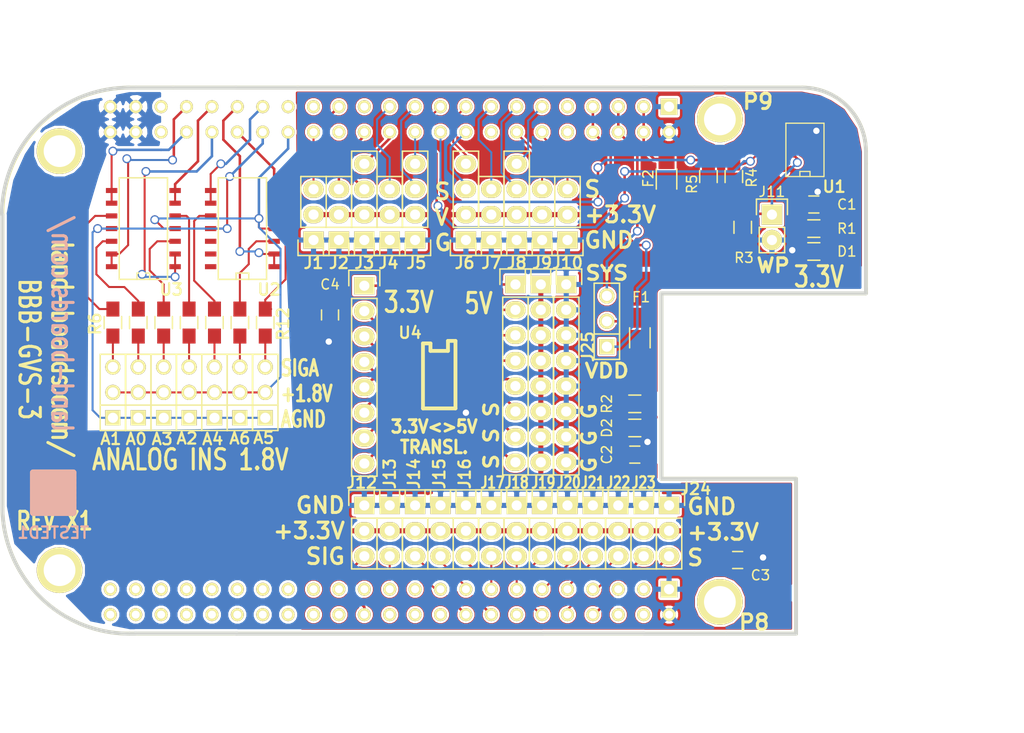
<source format=kicad_pcb>
(kicad_pcb (version 4) (host pcbnew "(after 2015-mar-04 BZR unknown)-product")
  (title_block (title "Prototype cape for BeagleBone") (date "17 aug 2014") (rev 0.3) (company "Jacek Radzikowski <jacek.radzikowski@gmail.com>"))
  (layers (0 Front signal) (31 Back signal) (36 B.SilkS user) (37 F.SilkS user) (38 B.Mask user) (39 F.Mask user) (44 Edge.Cuts user))
  (net 0 "")
  (net 1 GND)
  (net 2 VDD_3V3EXP)
  (net 3 VDD_5V)
  (net 4 VDD_5V-UF)
  (net 5 VDD_3V3-UF)
  (net 6 SYS_5V)
  (net 7 GNDA_ADC)
  (net 8 AIN6)
  (net 9 AIN5)
  (net 10 AIN2)
  (net 11 AIN1)
  (net 12 "Net-(D1-Pad1)")
  (net 13 "Net-(D2-Pad1)")
  (net 14 "Net-(F1-Pad2)")
  (net 15 VDD_ADC)
  (net 16 AIN4)
  (net 17 AIN3)
  (net 18 AIN0)
  (net 19 "Net-(P2-Pad8)")
  (net 20 "Net-(P2-Pad7)")
  (net 21 "Net-(P2-Pad6)")
  (net 22 "Net-(P2-Pad5)")
  (net 23 "Net-(P2-Pad4)")
  (net 24 "Net-(P2-Pad3)")
  (net 25 "Net-(P2-Pad2)")
  (net 26 "Net-(P2-Pad1)")
  (net 27 "Net-(P1-Pad1)")
  (net 28 "Net-(P1-Pad2)")
  (net 29 "Net-(P1-Pad3)")
  (net 30 "Net-(P1-Pad4)")
  (net 31 "Net-(P1-Pad5)")
  (net 32 "Net-(P1-Pad6)")
  (net 33 "Net-(P1-Pad7)")
  (net 34 "Net-(P1-Pad8)")
  (net 35 "Net-(R9-Pad1)")
  (net 36 "Net-(R10-Pad1)")
  (net 37 "Net-(R11-Pad1)")
  (net 38 "Net-(R12-Pad1)")
  (net 39 "/P9 Connector/UART4_RXD")
  (net 40 "/P9 Connector/GPIO1_28")
  (net 41 "/P9 Connector/UART4_TXD")
  (net 42 "/P9 Connector/EHRPWM1A")
  (net 43 "/P9 Connector/GPIO1_16")
  (net 44 "/P9 Connector/I2C1_SCL")
  (net 45 "/P9 Connector/I2C1_SDA")
  (net 46 "/P9 Connector/UART2_TXD")
  (net 47 "/P9 Connector/UART2_RXD")
  (net 48 "/P9 Connector/GPIO1_17")
  (net 49 "/P9 Connector/UART1_TXD")
  (net 50 "/P9 Connector/UART1_RXD")
  (net 51 "/P9 Connector/GPIO3_19")
  (net 52 "/P9 Connector/SPI1_D1")
  (net 53 I2C2_SCL)
  (net 54 I2C2_SDA)
  (net 55 "/P8 Connector/TIMER4")
  (net 56 "/P8 Connector/TIMER5")
  (net 57 "/P8 Connector/GPIO1_13")
  (net 58 "/P8 Connector/EHRPWM2B")
  (net 59 "/P8 Connector/GPIO1_15")
  (net 60 "/P8 Connector/GPIO0_27")
  (net 61 "/P8 Connector/EHRPWM2A")
  (net 62 "/P8 Connector/TIMER7")
  (net 63 "/P8 Connector/TIMER6")
  (net 64 "/P8 Connector/GPIO1_12")
  (net 65 "/P8 Connector/GPIO1_14")
  (net 66 "/P8 Connector/GPIO2_1")
  (net 67 "/P8 Connector/GPIO1_29")
  (net 68 "Net-(R6-Pad1)")
  (net 69 "Net-(R7-Pad1)")
  (net 70 "Net-(R8-Pad1)")
  (net 71 "Net-(A0-Pad3)")
  (net 72 "Net-(A1-Pad3)")
  (net 73 "Net-(A2-Pad3)")
  (net 74 "Net-(A3-Pad3)")
  (net 75 "Net-(A4-Pad3)")
  (net 76 "Net-(A5-Pad3)")
  (net 77 "Net-(A6-Pad3)")
  (net 78 "Net-(J11-Pad1)")
  (module PIN_ARRAY_3X1 (layer Front) (at 117.475 83.185 90)
    (fp_text reference A6 (at -4.5974 0 180) (layer F.SilkS) (effects (font (size 1.143 1.143) (thickness 0.22225))))
    (fp_text value CONN_3 hide)
    (pad 1 thru_hole rect (at -2.54 0 90) (size 1.524 1.524) (drill 1.016) (layers *.Cu *.Mask F.SilkS) (net 7 GNDA_ADC))
    (pad 2 thru_hole circle (at 0 0 90) (size 1.524 1.524) (drill 1.016) (layers *.Cu *.Mask F.SilkS) (net 15 VDD_ADC))
    (pad 3 thru_hole circle (at 2.54 0 90) (size 1.524 1.524) (drill 1.016) (layers *.Cu *.Mask F.SilkS) (net 77 "Net-(A6-Pad3)"))
  )
  (module PIN_ARRAY_3X1 (layer Front) (at 120.015 83.185 90)
    (fp_text reference A5 (at -4.5466 -0.1524 180) (layer F.SilkS) (effects (font (size 1.143 1.143) (thickness 0.22225))))
    (fp_text value CONN_3 hide)
    (pad 1 thru_hole rect (at -2.54 0 90) (size 1.524 1.524) (drill 1.016) (layers *.Cu *.Mask F.SilkS) (net 7 GNDA_ADC))
    (pad 2 thru_hole circle (at 0 0 90) (size 1.524 1.524) (drill 1.016) (layers *.Cu *.Mask F.SilkS) (net 15 VDD_ADC))
    (pad 3 thru_hole circle (at 2.54 0 90) (size 1.524 1.524) (drill 1.016) (layers *.Cu *.Mask F.SilkS) (net 76 "Net-(A5-Pad3)"))
  )
  (module PIN_ARRAY_3X1 (layer Front) (at 114.935 83.185 90)
    (fp_text reference A4 (at -4.6736 -0.1778 180) (layer F.SilkS) (effects (font (size 1.143 1.143) (thickness 0.22225))))
    (fp_text value CONN_3 hide)
    (pad 1 thru_hole rect (at -2.54 0 90) (size 1.524 1.524) (drill 1.016) (layers *.Cu *.Mask F.SilkS) (net 7 GNDA_ADC))
    (pad 2 thru_hole circle (at 0 0 90) (size 1.524 1.524) (drill 1.016) (layers *.Cu *.Mask F.SilkS) (net 15 VDD_ADC))
    (pad 3 thru_hole circle (at 2.54 0 90) (size 1.524 1.524) (drill 1.016) (layers *.Cu *.Mask F.SilkS) (net 75 "Net-(A4-Pad3)"))
  )
  (module PIN_ARRAY_3X1 (layer Front) (at 107.315 83.185 90)
    (fp_text reference A0 (at -4.664 -0.208 180) (layer F.SilkS) (effects (font (size 1.143 1.143) (thickness 0.22225))))
    (fp_text value CONN_3 hide)
    (pad 1 thru_hole rect (at -2.54 0 90) (size 1.524 1.524) (drill 1.016) (layers *.Cu *.Mask F.SilkS) (net 7 GNDA_ADC))
    (pad 2 thru_hole circle (at 0 0 90) (size 1.524 1.524) (drill 1.016) (layers *.Cu *.Mask F.SilkS) (net 15 VDD_ADC))
    (pad 3 thru_hole circle (at 2.54 0 90) (size 1.524 1.524) (drill 1.016) (layers *.Cu *.Mask F.SilkS) (net 71 "Net-(A0-Pad3)"))
  )
  (module PIN_ARRAY_3X1 (layer Front) (at 104.775 83.185 90)
    (fp_text reference A1 (at -4.6482 -0.2032 180) (layer F.SilkS) (effects (font (size 1.143 1.143) (thickness 0.22225))))
    (fp_text value CONN_3 hide)
    (pad 1 thru_hole rect (at -2.54 0 90) (size 1.524 1.524) (drill 1.016) (layers *.Cu *.Mask F.SilkS) (net 7 GNDA_ADC))
    (pad 2 thru_hole circle (at 0 0 90) (size 1.524 1.524) (drill 1.016) (layers *.Cu *.Mask F.SilkS) (net 15 VDD_ADC))
    (pad 3 thru_hole circle (at 2.54 0 90) (size 1.524 1.524) (drill 1.016) (layers *.Cu *.Mask F.SilkS) (net 72 "Net-(A1-Pad3)"))
  )
  (module PIN_ARRAY_3X1 (layer Front) (at 109.855 83.185 90)
    (fp_text reference A3 (at -4.664 -0.148 180) (layer F.SilkS) (effects (font (size 1.143 1.143) (thickness 0.22225))))
    (fp_text value CONN_3 hide)
    (pad 1 thru_hole rect (at -2.54 0 90) (size 1.524 1.524) (drill 1.016) (layers *.Cu *.Mask F.SilkS) (net 7 GNDA_ADC))
    (pad 2 thru_hole circle (at 0 0 90) (size 1.524 1.524) (drill 1.016) (layers *.Cu *.Mask F.SilkS) (net 15 VDD_ADC))
    (pad 3 thru_hole circle (at 2.54 0 90) (size 1.524 1.524) (drill 1.016) (layers *.Cu *.Mask F.SilkS) (net 74 "Net-(A3-Pad3)"))
  )
  (module PIN_ARRAY_3X1 (layer Front) (at 112.395 83.185 90)
    (fp_text reference A2 (at -4.5974 -0.2032 180) (layer F.SilkS) (effects (font (size 1.143 1.143) (thickness 0.22225))))
    (fp_text value CONN_3 hide)
    (pad 1 thru_hole rect (at -2.54 0 90) (size 1.524 1.524) (drill 1.016) (layers *.Cu *.Mask F.SilkS) (net 7 GNDA_ADC))
    (pad 2 thru_hole circle (at 0 0 90) (size 1.524 1.524) (drill 1.016) (layers *.Cu *.Mask F.SilkS) (net 15 VDD_ADC))
    (pad 3 thru_hole circle (at 2.54 0 90) (size 1.524 1.524) (drill 1.016) (layers *.Cu *.Mask F.SilkS) (net 73 "Net-(A2-Pad3)"))
  )
  (module PIN_ARRAY_3X1 (layer Front) (at 154.178 76.073 90)
    (fp_text reference J25 (at -2.54 -1.905 90) (layer F.SilkS) (effects (font (size 1.143 1.143) (thickness 0.22225))))
    (fp_text value CONN_3 hide)
    (pad 1 thru_hole rect (at -2.54 0 90) (size 1.524 1.524) (drill 1.016) (layers *.Cu *.Mask F.SilkS) (net 6 SYS_5V))
    (pad 2 thru_hole circle (at 0 0 90) (size 1.524 1.524) (drill 1.016) (layers *.Cu *.Mask F.SilkS) (net 14 "Net-(F1-Pad2)"))
    (pad 3 thru_hole circle (at 2.54 0 90) (size 1.524 1.524) (drill 1.016) (layers *.Cu *.Mask F.SilkS) (net 4 VDD_5V-UF))
  )
  (module REV_BLOCK (layer Back) (at 98.806 93.218)
    (fp_text reference TESTED1 (at 0 4) (layer B.SilkS) (effects (font (size 1.143 1.143) (thickness 0.22225)) (justify mirror)))
    (fp_text value COUPON hide)
  )
  (module FIDUCIAL (layer Front) (at 171.196 103.251)
    (fp_text reference FID1 hide)
    (fp_text value CONN_1 hide)
    (pad 1 smd circle (at 0 0) (size 1 1) (layers Front F.Mask) (clearance 1))
  )
  (module FIDUCIAL (layer Front) (at 136.6266 116.997501)
    (fp_text reference FID2 hide)
    (fp_text value CONN_1 hide)
    (pad 1 smd circle (at -39.5986 -53.497501) (size 1 1) (layers Front F.Mask) (clearance 1))
  )
  (module SOG20 (layer Front) (at 137.287 81.534 270)
    (fp_text reference U4 (at -4.318 2.794 360) (layer F.SilkS) (effects (font (size 1.143 1.143) (thickness 0.22225))))
    (fp_text value TXS0108EPWR hide)
    (pad 11 smd rect (at 2.95 -2.8 270) (size 0.25 1.55) (layers Front F.Mask) (net 1 GND))
    (pad 12 smd rect (at 2.275 -2.8 270) (size 0.25 1.55) (layers Front F.Mask) (net 19 "Net-(P2-Pad8)"))
    (pad 13 smd rect (at 1.625 -2.8 270) (size 0.25 1.55) (layers Front F.Mask) (net 20 "Net-(P2-Pad7)"))
    (pad 14 smd rect (at 0.975 -2.8 270) (size 0.25 1.55) (layers Front F.Mask) (net 21 "Net-(P2-Pad6)"))
    (pad 15 smd rect (at 0.325 -2.8 270) (size 0.25 1.55) (layers Front F.Mask) (net 22 "Net-(P2-Pad5)"))
    (pad 16 smd rect (at -0.325 -2.8 270) (size 0.25 1.55) (layers Front F.Mask) (net 23 "Net-(P2-Pad4)"))
    (pad 17 smd rect (at -0.975 -2.8 270) (size 0.25 1.55) (layers Front F.Mask) (net 24 "Net-(P2-Pad3)"))
    (pad 18 smd rect (at -1.625 -2.8 270) (size 0.25 1.55) (layers Front F.Mask) (net 25 "Net-(P2-Pad2)"))
    (pad 19 smd rect (at -2.275 -2.8 270) (size 0.25 1.55) (layers Front F.Mask) (net 3 VDD_5V))
    (pad 20 smd rect (at -2.925 -2.8 270) (size 0.25 1.55) (layers Front F.Mask) (net 26 "Net-(P2-Pad1)"))
    (pad 1 smd rect (at -2.925 2.8 270) (size 0.25 1.55) (layers Front F.Mask) (net 27 "Net-(P1-Pad1)"))
    (pad 2 smd rect (at -2.275 2.8 270) (size 0.25 1.55) (layers Front F.Mask) (net 2 VDD_3V3EXP))
    (pad 3 smd rect (at -1.625 2.8 270) (size 0.25 1.55) (layers Front F.Mask) (net 28 "Net-(P1-Pad2)"))
    (pad 4 smd rect (at -0.975 2.8 270) (size 0.25 1.55) (layers Front F.Mask) (net 29 "Net-(P1-Pad3)"))
    (pad 5 smd rect (at -0.325 2.8 270) (size 0.25 1.55) (layers Front F.Mask) (net 30 "Net-(P1-Pad4)"))
    (pad 6 smd rect (at 0.325 2.8 270) (size 0.25 1.55) (layers Front F.Mask) (net 31 "Net-(P1-Pad5)"))
    (pad 7 smd rect (at 0.975 2.8 270) (size 0.25 1.55) (layers Front F.Mask) (net 32 "Net-(P1-Pad6)"))
    (pad 8 smd rect (at 1.625 2.8 270) (size 0.25 1.55) (layers Front F.Mask) (net 33 "Net-(P1-Pad7)"))
    (pad 9 smd rect (at 2.275 2.8 270) (size 0.25 1.55) (layers Front F.Mask) (net 34 "Net-(P1-Pad8)"))
    (pad 10 smd rect (at 2.925 2.8 270) (size 0.25 1.55) (layers Front F.Mask) (net 2 VDD_3V3EXP))
  )
  (module dougsLib:SO8E-wider (layer Front) (at 173.99 58.928 90)
    (fp_text reference U1 (at -3.683 2.921 180) (layer F.SilkS) (effects (font (size 1.143 1.143) (thickness 0.22225))))
    (fp_text value I2C-EEPROM hide)
    (pad 8 smd rect (at -1.905 -2.794 90) (size 0.59944 1.651) (layers Front F.Mask) (net 2 VDD_3V3EXP))
    (pad 1 smd rect (at -1.905 2.794 90) (size 0.59944 1.651) (layers Front F.Mask) (net 1 GND))
    (pad 7 smd rect (at -0.635 -2.794 90) (size 0.59944 1.651) (layers Front F.Mask) (net 78 "Net-(J11-Pad1)"))
    (pad 6 smd rect (at 0.635 -2.794 90) (size 0.59944 1.651) (layers Front F.Mask) (net 53 I2C2_SCL))
    (pad 5 smd rect (at 1.905 -2.794 90) (size 0.59944 1.651) (layers Front F.Mask) (net 54 I2C2_SDA))
    (pad 2 smd rect (at -0.635 2.794 90) (size 0.59944 1.651) (layers Front F.Mask) (net 1 GND))
    (pad 3 smd rect (at 0.635 2.794 90) (size 0.59944 1.651) (layers Front F.Mask) (net 1 GND))
    (pad 4 smd rect (at 1.905 2.794 90) (size 0.59944 1.651) (layers Front F.Mask) (net 1 GND))
  )
  (module SMD_Packages:SOIC-14_N (layer Front) (at 117.602 66.802 90)
    (fp_text reference U2 (at -6.096 2.794 180) (layer F.SilkS) (effects (font (size 1.143 1.143) (thickness 0.22225))))
    (fp_text value LM324AN hide)
    (pad 1 smd rect (at -3.81 3.302 90) (size 0.508 1.143) (layers Front F.Mask) (net 8 AIN6))
    (pad 2 smd rect (at -2.54 3.302 90) (size 0.508 1.143) (layers Front F.Mask) (net 8 AIN6))
    (pad 3 smd rect (at -1.27 3.302 90) (size 0.508 1.143) (layers Front F.Mask) (net 68 "Net-(R6-Pad1)"))
    (pad 4 smd rect (at 0 3.302 90) (size 0.508 1.143) (layers Front F.Mask) (net 15 VDD_ADC))
    (pad 5 smd rect (at 1.27 3.302 90) (size 0.508 1.143) (layers Front F.Mask) (net 70 "Net-(R8-Pad1)"))
    (pad 6 smd rect (at 2.54 3.302 90) (size 0.508 1.143) (layers Front F.Mask) (net 9 AIN5))
    (pad 7 smd rect (at 3.81 3.302 90) (size 0.508 1.143) (layers Front F.Mask) (net 9 AIN5))
    (pad 8 smd rect (at 3.81 -3.048 90) (size 0.508 1.143) (layers Front F.Mask) (net 16 AIN4))
    (pad 9 smd rect (at 2.54 -3.048 90) (size 0.508 1.143) (layers Front F.Mask) (net 16 AIN4))
    (pad 11 smd rect (at 0 -3.048 90) (size 0.508 1.143) (layers Front F.Mask) (net 7 GNDA_ADC))
    (pad 12 smd rect (at -1.27 -3.048 90) (size 0.508 1.143) (layers Front F.Mask))
    (pad 13 smd rect (at -2.54 -3.048 90) (size 0.508 1.143) (layers Front F.Mask))
    (pad 14 smd rect (at -3.81 -3.048 90) (size 0.508 1.143) (layers Front F.Mask))
    (pad 10 smd rect (at 1.27 -3.048 90) (size 0.508 1.143) (layers Front F.Mask) (net 36 "Net-(R10-Pad1)"))
  )
  (module SMD_Packages:SOIC-14_N (layer Front) (at 107.696 66.802 90)
    (fp_text reference U3 (at -6.096 2.921 180) (layer F.SilkS) (effects (font (size 1.143 1.143) (thickness 0.22225))))
    (fp_text value LM324AN hide)
    (pad 1 smd rect (at -3.81 3.302 90) (size 0.508 1.143) (layers Front F.Mask) (net 17 AIN3))
    (pad 2 smd rect (at -2.54 3.302 90) (size 0.508 1.143) (layers Front F.Mask) (net 17 AIN3))
    (pad 3 smd rect (at -1.27 3.302 90) (size 0.508 1.143) (layers Front F.Mask) (net 38 "Net-(R12-Pad1)"))
    (pad 4 smd rect (at 0 3.302 90) (size 0.508 1.143) (layers Front F.Mask) (net 15 VDD_ADC))
    (pad 5 smd rect (at 1.27 3.302 90) (size 0.508 1.143) (layers Front F.Mask) (net 69 "Net-(R7-Pad1)"))
    (pad 6 smd rect (at 2.54 3.302 90) (size 0.508 1.143) (layers Front F.Mask) (net 10 AIN2))
    (pad 7 smd rect (at 3.81 3.302 90) (size 0.508 1.143) (layers Front F.Mask) (net 10 AIN2))
    (pad 8 smd rect (at 3.81 -3.048 90) (size 0.508 1.143) (layers Front F.Mask) (net 11 AIN1))
    (pad 9 smd rect (at 2.54 -3.048 90) (size 0.508 1.143) (layers Front F.Mask) (net 11 AIN1))
    (pad 11 smd rect (at 0 -3.048 90) (size 0.508 1.143) (layers Front F.Mask) (net 7 GNDA_ADC))
    (pad 12 smd rect (at -1.27 -3.048 90) (size 0.508 1.143) (layers Front F.Mask) (net 37 "Net-(R11-Pad1)"))
    (pad 13 smd rect (at -2.54 -3.048 90) (size 0.508 1.143) (layers Front F.Mask) (net 18 AIN0))
    (pad 14 smd rect (at -3.81 -3.048 90) (size 0.508 1.143) (layers Front F.Mask) (net 18 AIN0))
    (pad 10 smd rect (at 1.27 -3.048 90) (size 0.508 1.143) (layers Front F.Mask) (net 35 "Net-(R9-Pad1)"))
  )
  (module Pin_Headers:Pin_Header_Straight_1x08 (layer Front) (at 129.921 72.517)
    (fp_text reference P1 hide)
    (fp_text value CONN_8 hide)
    (pad 1 thru_hole rect (at 0 0) (size 2.032 1.7272) (drill 1.016) (layers *.Cu *.Mask F.SilkS) (net 27 "Net-(P1-Pad1)"))
    (pad 2 thru_hole oval (at 0 2.54) (size 2.032 1.7272) (drill 1.016) (layers *.Cu *.Mask F.SilkS) (net 28 "Net-(P1-Pad2)"))
    (pad 3 thru_hole oval (at 0 5.08) (size 2.032 1.7272) (drill 1.016) (layers *.Cu *.Mask F.SilkS) (net 29 "Net-(P1-Pad3)"))
    (pad 4 thru_hole oval (at 0 7.62) (size 2.032 1.7272) (drill 1.016) (layers *.Cu *.Mask F.SilkS) (net 30 "Net-(P1-Pad4)"))
    (pad 5 thru_hole oval (at 0 10.16) (size 2.032 1.7272) (drill 1.016) (layers *.Cu *.Mask F.SilkS) (net 31 "Net-(P1-Pad5)"))
    (pad 6 thru_hole oval (at 0 12.7) (size 2.032 1.7272) (drill 1.016) (layers *.Cu *.Mask F.SilkS) (net 32 "Net-(P1-Pad6)"))
    (pad 7 thru_hole oval (at 0 15.24) (size 2.032 1.7272) (drill 1.016) (layers *.Cu *.Mask F.SilkS) (net 33 "Net-(P1-Pad7)"))
    (pad 8 thru_hole oval (at 0 17.78) (size 2.032 1.7272) (drill 1.016) (layers *.Cu *.Mask F.SilkS) (net 34 "Net-(P1-Pad8)"))
  )
  (module Pin_Headers:Pin_Header_Straight_1x08 (layer Front) (at 145.034 72.39)
    (fp_text reference P2 hide)
    (fp_text value CONN_8 hide)
    (pad 1 thru_hole rect (at 0 0) (size 2.032 1.7272) (drill 1.016) (layers *.Cu *.Mask F.SilkS) (net 26 "Net-(P2-Pad1)"))
    (pad 2 thru_hole oval (at 0 2.54) (size 2.032 1.7272) (drill 1.016) (layers *.Cu *.Mask F.SilkS) (net 25 "Net-(P2-Pad2)"))
    (pad 3 thru_hole oval (at 0 5.08) (size 2.032 1.7272) (drill 1.016) (layers *.Cu *.Mask F.SilkS) (net 24 "Net-(P2-Pad3)"))
    (pad 4 thru_hole oval (at 0 7.62) (size 2.032 1.7272) (drill 1.016) (layers *.Cu *.Mask F.SilkS) (net 23 "Net-(P2-Pad4)"))
    (pad 5 thru_hole oval (at 0 10.16) (size 2.032 1.7272) (drill 1.016) (layers *.Cu *.Mask F.SilkS) (net 22 "Net-(P2-Pad5)"))
    (pad 6 thru_hole oval (at 0 12.7) (size 2.032 1.7272) (drill 1.016) (layers *.Cu *.Mask F.SilkS) (net 21 "Net-(P2-Pad6)"))
    (pad 7 thru_hole oval (at 0 15.24) (size 2.032 1.7272) (drill 1.016) (layers *.Cu *.Mask F.SilkS) (net 20 "Net-(P2-Pad7)"))
    (pad 8 thru_hole oval (at 0 17.78) (size 2.032 1.7272) (drill 1.016) (layers *.Cu *.Mask F.SilkS) (net 19 "Net-(P2-Pad8)"))
  )
  (module Pin_Headers:Pin_Header_Straight_1x08 (layer Front) (at 147.574 72.39)
    (fp_text reference P3 hide)
    (fp_text value CONN_8 hide)
    (pad 1 thru_hole rect (at 0 0) (size 2.032 1.7272) (drill 1.016) (layers *.Cu *.Mask F.SilkS) (net 3 VDD_5V))
    (pad 2 thru_hole oval (at 0 2.54) (size 2.032 1.7272) (drill 1.016) (layers *.Cu *.Mask F.SilkS) (net 3 VDD_5V))
    (pad 3 thru_hole oval (at 0 5.08) (size 2.032 1.7272) (drill 1.016) (layers *.Cu *.Mask F.SilkS) (net 3 VDD_5V))
    (pad 4 thru_hole oval (at 0 7.62) (size 2.032 1.7272) (drill 1.016) (layers *.Cu *.Mask F.SilkS) (net 3 VDD_5V))
    (pad 5 thru_hole oval (at 0 10.16) (size 2.032 1.7272) (drill 1.016) (layers *.Cu *.Mask F.SilkS) (net 3 VDD_5V))
    (pad 6 thru_hole oval (at 0 12.7) (size 2.032 1.7272) (drill 1.016) (layers *.Cu *.Mask F.SilkS) (net 3 VDD_5V))
    (pad 7 thru_hole oval (at 0 15.24) (size 2.032 1.7272) (drill 1.016) (layers *.Cu *.Mask F.SilkS) (net 3 VDD_5V))
    (pad 8 thru_hole oval (at 0 17.78) (size 2.032 1.7272) (drill 1.016) (layers *.Cu *.Mask F.SilkS) (net 3 VDD_5V))
  )
  (module Pin_Headers:Pin_Header_Straight_1x08 (layer Front) (at 150.114 72.39)
    (fp_text reference P4 hide)
    (fp_text value CONN_8 hide)
    (pad 1 thru_hole rect (at 0 0) (size 2.032 1.7272) (drill 1.016) (layers *.Cu *.Mask F.SilkS) (net 1 GND))
    (pad 2 thru_hole oval (at 0 2.54) (size 2.032 1.7272) (drill 1.016) (layers *.Cu *.Mask F.SilkS) (net 1 GND))
    (pad 3 thru_hole oval (at 0 5.08) (size 2.032 1.7272) (drill 1.016) (layers *.Cu *.Mask F.SilkS) (net 1 GND))
    (pad 4 thru_hole oval (at 0 7.62) (size 2.032 1.7272) (drill 1.016) (layers *.Cu *.Mask F.SilkS) (net 1 GND))
    (pad 5 thru_hole oval (at 0 10.16) (size 2.032 1.7272) (drill 1.016) (layers *.Cu *.Mask F.SilkS) (net 1 GND))
    (pad 6 thru_hole oval (at 0 12.7) (size 2.032 1.7272) (drill 1.016) (layers *.Cu *.Mask F.SilkS) (net 1 GND))
    (pad 7 thru_hole oval (at 0 15.24) (size 2.032 1.7272) (drill 1.016) (layers *.Cu *.Mask F.SilkS) (net 1 GND))
    (pad 8 thru_hole oval (at 0 17.78) (size 2.032 1.7272) (drill 1.016) (layers *.Cu *.Mask F.SilkS) (net 1 GND))
  )
  (module Resistors_SMD:R_0805_HandSoldering (layer Front) (at 117.475 76.2 270)
    (fp_text reference R6 (at 0.127 14.478 450) (layer F.SilkS) (effects (font (size 1.143 1.143) (thickness 0.22225))))
    (fp_text value 10K hide)
    (pad 1 smd rect (at -1.35 0 270) (size 1.5 1.3) (layers Front F.Mask) (net 68 "Net-(R6-Pad1)"))
    (pad 2 smd rect (at 1.35 0 270) (size 1.5 1.3) (layers Front F.Mask) (net 77 "Net-(A6-Pad3)"))
  )
  (module Resistors_SMD:R_0805_HandSoldering (layer Front) (at 112.395 76.2 270)
    (fp_text reference R7 hide)
    (fp_text value 10K hide)
    (pad 1 smd rect (at -1.35 0 270) (size 1.5 1.3) (layers Front F.Mask) (net 69 "Net-(R7-Pad1)"))
    (pad 2 smd rect (at 1.35 0 270) (size 1.5 1.3) (layers Front F.Mask) (net 73 "Net-(A2-Pad3)"))
  )
  (module Resistors_SMD:R_0805_HandSoldering (layer Front) (at 120.015 76.2 270)
    (fp_text reference R8 hide)
    (fp_text value 10K hide)
    (pad 1 smd rect (at -1.35 0 270) (size 1.5 1.3) (layers Front F.Mask) (net 70 "Net-(R8-Pad1)"))
    (pad 2 smd rect (at 1.35 0 270) (size 1.5 1.3) (layers Front F.Mask) (net 76 "Net-(A5-Pad3)"))
  )
  (module Resistors_SMD:R_0805_HandSoldering (layer Front) (at 104.775 76.2 270)
    (fp_text reference R9 hide)
    (fp_text value 10K hide)
    (pad 1 smd rect (at -1.35 0 270) (size 1.5 1.3) (layers Front F.Mask) (net 35 "Net-(R9-Pad1)"))
    (pad 2 smd rect (at 1.35 0 270) (size 1.5 1.3) (layers Front F.Mask) (net 72 "Net-(A1-Pad3)"))
  )
  (module Resistors_SMD:R_0805_HandSoldering (layer Front) (at 114.935 76.2 270)
    (fp_text reference R10 hide)
    (fp_text value 10K hide)
    (pad 1 smd rect (at -1.35 0 270) (size 1.5 1.3) (layers Front F.Mask) (net 36 "Net-(R10-Pad1)"))
    (pad 2 smd rect (at 1.35 0 270) (size 1.5 1.3) (layers Front F.Mask) (net 75 "Net-(A4-Pad3)"))
  )
  (module Resistors_SMD:R_0805_HandSoldering (layer Front) (at 107.315 76.2 270)
    (fp_text reference R11 hide)
    (fp_text value 10K hide)
    (pad 1 smd rect (at -1.35 0 270) (size 1.5 1.3) (layers Front F.Mask) (net 37 "Net-(R11-Pad1)"))
    (pad 2 smd rect (at 1.35 0 270) (size 1.5 1.3) (layers Front F.Mask) (net 71 "Net-(A0-Pad3)"))
  )
  (module Resistors_SMD:R_0805_HandSoldering (layer Front) (at 109.855 76.2 270)
    (fp_text reference R12 (at 0.127 -11.938 450) (layer F.SilkS) (effects (font (size 1.143 1.143) (thickness 0.22225))))
    (fp_text value 10K hide)
    (pad 1 smd rect (at -1.35 0 270) (size 1.5 1.3) (layers Front F.Mask) (net 38 "Net-(R12-Pad1)"))
    (pad 2 smd rect (at 1.35 0 270) (size 1.5 1.3) (layers Front F.Mask) (net 74 "Net-(A3-Pad3)"))
  )
  (module Pin_Headers:Pin_Header_Straight_1x03 (layer Front) (at 157.861 94.488)
    (fp_text reference J23 (at 0 -2.286) (layer F.SilkS) (effects (font (size 1.143 0.889) (thickness 0.22225))))
    (fp_text value CONN_3 hide)
    (pad 1 thru_hole rect (at 0 0) (size 2.032 1.7272) (drill 1.016) (layers *.Cu *.Mask F.SilkS) (net 1 GND))
    (pad 2 thru_hole oval (at 0 2.54) (size 2.032 1.7272) (drill 1.016) (layers *.Cu *.Mask F.SilkS) (net 2 VDD_3V3EXP))
    (pad 3 thru_hole oval (at 0 5.08) (size 2.032 1.7272) (drill 1.016) (layers *.Cu *.Mask F.SilkS) (net 55 "/P8 Connector/TIMER4"))
  )
  (module Pin_Headers:Pin_Header_Straight_1x03 (layer Front) (at 150.241 94.488)
    (fp_text reference J20 (at 0.127 -2.286) (layer F.SilkS) (effects (font (size 1.143 0.889) (thickness 0.22225))))
    (fp_text value CONN_3 hide)
    (pad 1 thru_hole rect (at 0 0) (size 2.032 1.7272) (drill 1.016) (layers *.Cu *.Mask F.SilkS) (net 1 GND))
    (pad 2 thru_hole oval (at 0 2.54) (size 2.032 1.7272) (drill 1.016) (layers *.Cu *.Mask F.SilkS) (net 2 VDD_3V3EXP))
    (pad 3 thru_hole oval (at 0 5.08) (size 2.032 1.7272) (drill 1.016) (layers *.Cu *.Mask F.SilkS) (net 57 "/P8 Connector/GPIO1_13"))
  )
  (module Pin_Headers:Pin_Header_Straight_1x03 (layer Front) (at 145.161 94.488)
    (fp_text reference J18 (at 0 -2.286) (layer F.SilkS) (effects (font (size 1.143 0.889) (thickness 0.22225))))
    (fp_text value CONN_3 hide)
    (pad 1 thru_hole rect (at 0 0) (size 2.032 1.7272) (drill 1.016) (layers *.Cu *.Mask F.SilkS) (net 1 GND))
    (pad 2 thru_hole oval (at 0 2.54) (size 2.032 1.7272) (drill 1.016) (layers *.Cu *.Mask F.SilkS) (net 2 VDD_3V3EXP))
    (pad 3 thru_hole oval (at 0 5.08) (size 2.032 1.7272) (drill 1.016) (layers *.Cu *.Mask F.SilkS) (net 58 "/P8 Connector/EHRPWM2B"))
  )
  (module Pin_Headers:Pin_Header_Straight_1x03 (layer Front) (at 142.621 94.488)
    (fp_text reference J17 (at 0.127 -2.286) (layer F.SilkS) (effects (font (size 1.143 0.889) (thickness 0.22225))))
    (fp_text value CONN_3 hide)
    (pad 1 thru_hole rect (at 0 0) (size 2.032 1.7272) (drill 1.016) (layers *.Cu *.Mask F.SilkS) (net 1 GND))
    (pad 2 thru_hole oval (at 0 2.54) (size 2.032 1.7272) (drill 1.016) (layers *.Cu *.Mask F.SilkS) (net 2 VDD_3V3EXP))
    (pad 3 thru_hole oval (at 0 5.08) (size 2.032 1.7272) (drill 1.016) (layers *.Cu *.Mask F.SilkS) (net 59 "/P8 Connector/GPIO1_15"))
  )
  (module Pin_Headers:Pin_Header_Straight_1x03 (layer Front) (at 137.541 94.488)
    (fp_text reference J15 (at -0.127 -3.175 90) (layer F.SilkS) (effects (font (size 1.143 1.143) (thickness 0.22225))))
    (fp_text value CONN_3 hide)
    (pad 1 thru_hole rect (at 0 0) (size 2.032 1.7272) (drill 1.016) (layers *.Cu *.Mask F.SilkS) (net 1 GND))
    (pad 2 thru_hole oval (at 0 2.54) (size 2.032 1.7272) (drill 1.016) (layers *.Cu *.Mask F.SilkS) (net 2 VDD_3V3EXP))
    (pad 3 thru_hole oval (at 0 5.08) (size 2.032 1.7272) (drill 1.016) (layers *.Cu *.Mask F.SilkS) (net 60 "/P8 Connector/GPIO0_27"))
  )
  (module Pin_Headers:Pin_Header_Straight_1x03 (layer Front) (at 132.461 94.488)
    (fp_text reference J13 (at 0 -3.175 90) (layer F.SilkS) (effects (font (size 1.143 1.143) (thickness 0.22225))))
    (fp_text value CONN_3 hide)
    (pad 1 thru_hole rect (at 0 0) (size 2.032 1.7272) (drill 1.016) (layers *.Cu *.Mask F.SilkS) (net 1 GND))
    (pad 2 thru_hole oval (at 0 2.54) (size 2.032 1.7272) (drill 1.016) (layers *.Cu *.Mask F.SilkS) (net 2 VDD_3V3EXP))
    (pad 3 thru_hole oval (at 0 5.08) (size 2.032 1.7272) (drill 1.016) (layers *.Cu *.Mask F.SilkS) (net 61 "/P8 Connector/EHRPWM2A"))
  )
  (module Pin_Headers:Pin_Header_Straight_1x03 (layer Front) (at 160.401 94.488)
    (fp_text reference J24 (at 2.667 -1.651) (layer F.SilkS) (effects (font (size 1.143 1.143) (thickness 0.22225))))
    (fp_text value CONN_3 hide)
    (pad 1 thru_hole rect (at 0 0) (size 2.032 1.7272) (drill 1.016) (layers *.Cu *.Mask F.SilkS) (net 1 GND))
    (pad 2 thru_hole oval (at 0 2.54) (size 2.032 1.7272) (drill 1.016) (layers *.Cu *.Mask F.SilkS) (net 2 VDD_3V3EXP))
    (pad 3 thru_hole oval (at 0 5.08) (size 2.032 1.7272) (drill 1.016) (layers *.Cu *.Mask F.SilkS) (net 62 "/P8 Connector/TIMER7"))
  )
  (module Pin_Headers:Pin_Header_Straight_1x03 (layer Front) (at 155.321 94.488)
    (fp_text reference J22 (at 0 -2.286) (layer F.SilkS) (effects (font (size 1.143 0.889) (thickness 0.22225))))
    (fp_text value CONN_3 hide)
    (pad 1 thru_hole rect (at 0 0) (size 2.032 1.7272) (drill 1.016) (layers *.Cu *.Mask F.SilkS) (net 1 GND))
    (pad 2 thru_hole oval (at 0 2.54) (size 2.032 1.7272) (drill 1.016) (layers *.Cu *.Mask F.SilkS) (net 2 VDD_3V3EXP))
    (pad 3 thru_hole oval (at 0 5.08) (size 2.032 1.7272) (drill 1.016) (layers *.Cu *.Mask F.SilkS) (net 63 "/P8 Connector/TIMER6"))
  )
  (module Pin_Headers:Pin_Header_Straight_1x03 (layer Front) (at 147.701 94.488)
    (fp_text reference J19 (at 0.127 -2.286) (layer F.SilkS) (effects (font (size 1.143 0.889) (thickness 0.22225))))
    (fp_text value CONN_3 hide)
    (pad 1 thru_hole rect (at 0 0) (size 2.032 1.7272) (drill 1.016) (layers *.Cu *.Mask F.SilkS) (net 1 GND))
    (pad 2 thru_hole oval (at 0 2.54) (size 2.032 1.7272) (drill 1.016) (layers *.Cu *.Mask F.SilkS) (net 2 VDD_3V3EXP))
    (pad 3 thru_hole oval (at 0 5.08) (size 2.032 1.7272) (drill 1.016) (layers *.Cu *.Mask F.SilkS) (net 64 "/P8 Connector/GPIO1_12"))
  )
  (module Pin_Headers:Pin_Header_Straight_1x03 (layer Front) (at 140.081 94.488)
    (fp_text reference J16 (at -0.127 -3.175 90) (layer F.SilkS) (effects (font (size 1.143 1.143) (thickness 0.22225))))
    (fp_text value CONN_3 hide)
    (pad 1 thru_hole rect (at 0 0) (size 2.032 1.7272) (drill 1.016) (layers *.Cu *.Mask F.SilkS) (net 1 GND))
    (pad 2 thru_hole oval (at 0 2.54) (size 2.032 1.7272) (drill 1.016) (layers *.Cu *.Mask F.SilkS) (net 2 VDD_3V3EXP))
    (pad 3 thru_hole oval (at 0 5.08) (size 2.032 1.7272) (drill 1.016) (layers *.Cu *.Mask F.SilkS) (net 65 "/P8 Connector/GPIO1_14"))
  )
  (module Pin_Headers:Pin_Header_Straight_1x03 (layer Front) (at 135.001 94.488)
    (fp_text reference J14 (at -0.127 -3.175 90) (layer F.SilkS) (effects (font (size 1.143 1.143) (thickness 0.22225))))
    (fp_text value CONN_3 hide)
    (pad 1 thru_hole rect (at 0 0) (size 2.032 1.7272) (drill 1.016) (layers *.Cu *.Mask F.SilkS) (net 1 GND))
    (pad 2 thru_hole oval (at 0 2.54) (size 2.032 1.7272) (drill 1.016) (layers *.Cu *.Mask F.SilkS) (net 2 VDD_3V3EXP))
    (pad 3 thru_hole oval (at 0 5.08) (size 2.032 1.7272) (drill 1.016) (layers *.Cu *.Mask F.SilkS) (net 66 "/P8 Connector/GPIO2_1"))
  )
  (module Pin_Headers:Pin_Header_Straight_1x03 (layer Front) (at 129.921 94.488)
    (fp_text reference J12 (at -0.254 -2.286) (layer F.SilkS) (effects (font (size 1.143 1.143) (thickness 0.22225))))
    (fp_text value CONN_3 hide)
    (pad 1 thru_hole rect (at 0 0) (size 2.032 1.7272) (drill 1.016) (layers *.Cu *.Mask F.SilkS) (net 1 GND))
    (pad 2 thru_hole oval (at 0 2.54) (size 2.032 1.7272) (drill 1.016) (layers *.Cu *.Mask F.SilkS) (net 2 VDD_3V3EXP))
    (pad 3 thru_hole oval (at 0 5.08) (size 2.032 1.7272) (drill 1.016) (layers *.Cu *.Mask F.SilkS) (net 67 "/P8 Connector/GPIO1_29"))
  )
  (module Pin_Headers:Pin_Header_Straight_1x03 (layer Front) (at 152.781 94.488)
    (fp_text reference J21 (at 0 -2.286) (layer F.SilkS) (effects (font (size 1.143 0.889) (thickness 0.22225))))
    (fp_text value CONN_3 hide)
    (pad 1 thru_hole rect (at 0 0) (size 2.032 1.7272) (drill 1.016) (layers *.Cu *.Mask F.SilkS) (net 1 GND))
    (pad 2 thru_hole oval (at 0 2.54) (size 2.032 1.7272) (drill 1.016) (layers *.Cu *.Mask F.SilkS) (net 2 VDD_3V3EXP))
    (pad 3 thru_hole oval (at 0 5.08) (size 2.032 1.7272) (drill 1.016) (layers *.Cu *.Mask F.SilkS) (net 56 "/P8 Connector/TIMER5"))
  )
  (module Pin_Headers:Pin_Header_Straight_1x04 (layer Front) (at 129.921 67.945 180)
    (fp_text reference J3 (at 0 -2.286 180) (layer F.SilkS) (effects (font (size 1.143 1.143) (thickness 0.22225))))
    (fp_text value CONN_4 hide)
    (pad 1 thru_hole rect (at 0 0 180) (size 2.032 1.7272) (drill 1.016) (layers *.Cu *.Mask F.SilkS) (net 1 GND))
    (pad 2 thru_hole oval (at 0 2.54 180) (size 2.032 1.7272) (drill 1.016) (layers *.Cu *.Mask F.SilkS) (net 2 VDD_3V3EXP))
    (pad 3 thru_hole oval (at 0 5.08 180) (size 2.032 1.7272) (drill 1.016) (layers *.Cu *.Mask F.SilkS) (net 50 "/P9 Connector/UART1_RXD"))
    (pad 4 thru_hole oval (at 0 7.62 180) (size 2.032 1.7272) (drill 1.016) (layers *.Cu *.Mask F.SilkS) (net 49 "/P9 Connector/UART1_TXD"))
  )
  (module Pin_Headers:Pin_Header_Straight_1x04 (layer Front) (at 145.161 67.945 180)
    (fp_text reference J8 (at 0 -2.286 180) (layer F.SilkS) (effects (font (size 1.143 1.143) (thickness 0.22225))))
    (fp_text value CONN_4 hide)
    (pad 1 thru_hole rect (at 0 0 180) (size 2.032 1.7272) (drill 1.016) (layers *.Cu *.Mask F.SilkS) (net 1 GND))
    (pad 2 thru_hole oval (at 0 2.54 180) (size 2.032 1.7272) (drill 1.016) (layers *.Cu *.Mask F.SilkS) (net 2 VDD_3V3EXP))
    (pad 3 thru_hole oval (at 0 5.08 180) (size 2.032 1.7272) (drill 1.016) (layers *.Cu *.Mask F.SilkS) (net 41 "/P9 Connector/UART4_TXD"))
    (pad 4 thru_hole oval (at 0 7.62 180) (size 2.032 1.7272) (drill 1.016) (layers *.Cu *.Mask F.SilkS) (net 39 "/P9 Connector/UART4_RXD"))
  )
  (module Pin_Headers:Pin_Header_Straight_1x04 (layer Front) (at 140.081 67.945 180)
    (fp_text reference J6 (at 0.127 -2.286 180) (layer F.SilkS) (effects (font (size 1.143 1.143) (thickness 0.22225))))
    (fp_text value CONN_4 hide)
    (pad 1 thru_hole rect (at 0 0 180) (size 2.032 1.7272) (drill 1.016) (layers *.Cu *.Mask F.SilkS) (net 1 GND))
    (pad 2 thru_hole oval (at 0 2.54 180) (size 2.032 1.7272) (drill 1.016) (layers *.Cu *.Mask F.SilkS) (net 2 VDD_3V3EXP))
    (pad 3 thru_hole oval (at 0 5.08 180) (size 2.032 1.7272) (drill 1.016) (layers *.Cu *.Mask F.SilkS) (net 45 "/P9 Connector/I2C1_SDA"))
    (pad 4 thru_hole oval (at 0 7.62 180) (size 2.032 1.7272) (drill 1.016) (layers *.Cu *.Mask F.SilkS) (net 44 "/P9 Connector/I2C1_SCL"))
  )
  (module Pin_Headers:Pin_Header_Straight_1x04 (layer Front) (at 135.001 67.945 180)
    (fp_text reference J5 (at -0.127 -2.286 180) (layer F.SilkS) (effects (font (size 1.143 1.143) (thickness 0.22225))))
    (fp_text value CONN_4 hide)
    (pad 1 thru_hole rect (at 0 0 180) (size 2.032 1.7272) (drill 1.016) (layers *.Cu *.Mask F.SilkS) (net 1 GND))
    (pad 2 thru_hole oval (at 0 2.54 180) (size 2.032 1.7272) (drill 1.016) (layers *.Cu *.Mask F.SilkS) (net 2 VDD_3V3EXP))
    (pad 3 thru_hole oval (at 0 5.08 180) (size 2.032 1.7272) (drill 1.016) (layers *.Cu *.Mask F.SilkS) (net 46 "/P9 Connector/UART2_TXD"))
    (pad 4 thru_hole oval (at 0 7.62 180) (size 2.032 1.7272) (drill 1.016) (layers *.Cu *.Mask F.SilkS) (net 47 "/P9 Connector/UART2_RXD"))
  )
  (module Pin_Headers:Pin_Header_Straight_1x03 (layer Front) (at 142.621 67.945 180)
    (fp_text reference J7 (at 0 -2.286 180) (layer F.SilkS) (effects (font (size 1.143 1.143) (thickness 0.22225))))
    (fp_text value CONN_3 hide)
    (pad 1 thru_hole rect (at 0 0 180) (size 2.032 1.7272) (drill 1.016) (layers *.Cu *.Mask F.SilkS) (net 1 GND))
    (pad 2 thru_hole oval (at 0 2.54 180) (size 2.032 1.7272) (drill 1.016) (layers *.Cu *.Mask F.SilkS) (net 2 VDD_3V3EXP))
    (pad 3 thru_hole oval (at 0 5.08 180) (size 2.032 1.7272) (drill 1.016) (layers *.Cu *.Mask F.SilkS) (net 43 "/P9 Connector/GPIO1_16"))
  )
  (module Pin_Headers:Pin_Header_Straight_1x03 (layer Front) (at 132.461 67.945 180)
    (fp_text reference J4 (at 0.127 -2.286 180) (layer F.SilkS) (effects (font (size 1.143 1.143) (thickness 0.22225))))
    (fp_text value CONN_3 hide)
    (pad 1 thru_hole rect (at 0 0 180) (size 2.032 1.7272) (drill 1.016) (layers *.Cu *.Mask F.SilkS) (net 1 GND))
    (pad 2 thru_hole oval (at 0 2.54 180) (size 2.032 1.7272) (drill 1.016) (layers *.Cu *.Mask F.SilkS) (net 2 VDD_3V3EXP))
    (pad 3 thru_hole oval (at 0 5.08 180) (size 2.032 1.7272) (drill 1.016) (layers *.Cu *.Mask F.SilkS) (net 48 "/P9 Connector/GPIO1_17"))
  )
  (module Pin_Headers:Pin_Header_Straight_1x03 (layer Front) (at 127.381 67.945 180)
    (fp_text reference J2 (at 0 -2.286 180) (layer F.SilkS) (effects (font (size 1.143 1.143) (thickness 0.22225))))
    (fp_text value CONN_3 hide)
    (pad 1 thru_hole rect (at 0 0 180) (size 2.032 1.7272) (drill 1.016) (layers *.Cu *.Mask F.SilkS) (net 1 GND))
    (pad 2 thru_hole oval (at 0 2.54 180) (size 2.032 1.7272) (drill 1.016) (layers *.Cu *.Mask F.SilkS) (net 2 VDD_3V3EXP))
    (pad 3 thru_hole oval (at 0 5.08 180) (size 2.032 1.7272) (drill 1.016) (layers *.Cu *.Mask F.SilkS) (net 51 "/P9 Connector/GPIO3_19"))
  )
  (module Pin_Headers:Pin_Header_Straight_1x03 (layer Front) (at 150.241 67.945 180)
    (fp_text reference J10 (at 0 -2.286 180) (layer F.SilkS) (effects (font (size 1.143 1.143) (thickness 0.22225))))
    (fp_text value CONN_3 hide)
    (pad 1 thru_hole rect (at 0 0 180) (size 2.032 1.7272) (drill 1.016) (layers *.Cu *.Mask F.SilkS) (net 1 GND))
    (pad 2 thru_hole oval (at 0 2.54 180) (size 2.032 1.7272) (drill 1.016) (layers *.Cu *.Mask F.SilkS) (net 2 VDD_3V3EXP))
    (pad 3 thru_hole oval (at 0 5.08 180) (size 2.032 1.7272) (drill 1.016) (layers *.Cu *.Mask F.SilkS) (net 40 "/P9 Connector/GPIO1_28"))
  )
  (module Pin_Headers:Pin_Header_Straight_1x03 (layer Front) (at 147.701 67.945 180)
    (fp_text reference J9 (at 0 -2.286 180) (layer F.SilkS) (effects (font (size 1.143 1.143) (thickness 0.22225))))
    (fp_text value CONN_3 hide)
    (pad 1 thru_hole rect (at 0 0 180) (size 2.032 1.7272) (drill 1.016) (layers *.Cu *.Mask F.SilkS) (net 1 GND))
    (pad 2 thru_hole oval (at 0 2.54 180) (size 2.032 1.7272) (drill 1.016) (layers *.Cu *.Mask F.SilkS) (net 2 VDD_3V3EXP))
    (pad 3 thru_hole oval (at 0 5.08 180) (size 2.032 1.7272) (drill 1.016) (layers *.Cu *.Mask F.SilkS) (net 42 "/P9 Connector/EHRPWM1A"))
  )
  (module Pin_Headers:Pin_Header_Straight_1x03 (layer Front) (at 124.841 67.945 180)
    (fp_text reference J1 (at 0 -2.286 180) (layer F.SilkS) (effects (font (size 1.143 1.143) (thickness 0.22225))))
    (fp_text value CONN_3 hide)
    (pad 1 thru_hole rect (at 0 0 180) (size 2.032 1.7272) (drill 1.016) (layers *.Cu *.Mask F.SilkS) (net 1 GND))
    (pad 2 thru_hole oval (at 0 2.54 180) (size 2.032 1.7272) (drill 1.016) (layers *.Cu *.Mask F.SilkS) (net 2 VDD_3V3EXP))
    (pad 3 thru_hole oval (at 0 5.08 180) (size 2.032 1.7272) (drill 1.016) (layers *.Cu *.Mask F.SilkS) (net 52 "/P9 Connector/SPI1_D1"))
  )
  (module dougsLib:BEAGLEBONE (layer Front) (at 136.906 80.01)
    (fp_text reference BRD1 hide)
    (fp_text value BEAGLEBONE hide)
    (pad M1 thru_hole circle (at -37.465 -20.955) (size 4.572 4.572) (drill 3.175) (layers *.Cu *.Mask F.SilkS))
    (pad M2 thru_hole circle (at 28.575 -24.13) (size 4.572 4.572) (drill 3.175) (layers *.Cu *.Mask F.SilkS))
    (pad M3 thru_hole circle (at 28.575 24.13) (size 4.572 4.572) (drill 3.175) (layers *.Cu *.Mask F.SilkS))
    (pad M4 thru_hole circle (at -37.465 20.955) (size 4.572 4.572) (drill 3.175) (layers *.Cu *.Mask F.SilkS))
    (pad C1 thru_hole rect (at 23.495 -25.4) (size 1.651 1.651) (drill 1.016) (layers *.Cu *.Mask F.SilkS) (net 1 GND))
    (pad C2 thru_hole circle (at 23.495 -22.86) (size 1.30048 1.30048) (drill 0.8001) (layers *.Cu *.Mask F.SilkS) (net 1 GND))
    (pad C3 thru_hole circle (at 20.955 -25.4) (size 1.30048 1.30048) (drill 0.8001) (layers *.Cu *.Mask F.SilkS) (net 5 VDD_3V3-UF))
    (pad C4 thru_hole circle (at 20.955 -22.86) (size 1.30048 1.30048) (drill 0.8001) (layers *.Cu *.Mask F.SilkS) (net 5 VDD_3V3-UF))
    (pad C5 thru_hole circle (at 18.415 -25.4) (size 1.30048 1.30048) (drill 0.8001) (layers *.Cu *.Mask F.SilkS) (net 4 VDD_5V-UF))
    (pad C6 thru_hole circle (at 18.415 -22.86) (size 1.30048 1.30048) (drill 0.8001) (layers *.Cu *.Mask F.SilkS) (net 4 VDD_5V-UF))
    (pad C7 thru_hole circle (at 15.875 -25.4) (size 1.30048 1.30048) (drill 0.8001) (layers *.Cu *.Mask F.SilkS) (net 6 SYS_5V))
    (pad C8 thru_hole circle (at 15.875 -22.86) (size 1.30048 1.30048) (drill 0.8001) (layers *.Cu *.Mask F.SilkS) (net 6 SYS_5V))
    (pad C9 thru_hole circle (at 13.335 -25.4) (size 1.30048 1.30048) (drill 0.8001) (layers *.Cu *.Mask F.SilkS))
    (pad C10 thru_hole circle (at 13.335 -22.86) (size 1.30048 1.30048) (drill 0.8001) (layers *.Cu *.Mask F.SilkS))
    (pad C11 thru_hole circle (at 10.795 -25.4) (size 1.30048 1.30048) (drill 0.8001) (layers *.Cu *.Mask F.SilkS) (net 39 "/P9 Connector/UART4_RXD"))
    (pad C12 thru_hole circle (at 10.795 -22.86) (size 1.30048 1.30048) (drill 0.8001) (layers *.Cu *.Mask F.SilkS) (net 40 "/P9 Connector/GPIO1_28"))
    (pad C13 thru_hole circle (at 8.255 -25.4) (size 1.30048 1.30048) (drill 0.8001) (layers *.Cu *.Mask F.SilkS) (net 41 "/P9 Connector/UART4_TXD"))
    (pad C14 thru_hole circle (at 8.255 -22.86) (size 1.30048 1.30048) (drill 0.8001) (layers *.Cu *.Mask F.SilkS) (net 42 "/P9 Connector/EHRPWM1A"))
    (pad C15 thru_hole circle (at 5.715 -25.4) (size 1.30048 1.30048) (drill 0.8001) (layers *.Cu *.Mask F.SilkS) (net 43 "/P9 Connector/GPIO1_16"))
    (pad C16 thru_hole circle (at 5.715 -22.86) (size 1.30048 1.30048) (drill 0.8001) (layers *.Cu *.Mask F.SilkS))
    (pad C17 thru_hole circle (at 3.175 -25.4) (size 1.30048 1.30048) (drill 0.8001) (layers *.Cu *.Mask F.SilkS) (net 44 "/P9 Connector/I2C1_SCL"))
    (pad C18 thru_hole circle (at 3.175 -22.86) (size 1.30048 1.30048) (drill 0.8001) (layers *.Cu *.Mask F.SilkS) (net 45 "/P9 Connector/I2C1_SDA"))
    (pad C19 thru_hole circle (at 0.635 -25.4) (size 1.30048 1.30048) (drill 0.8001) (layers *.Cu *.Mask F.SilkS) (net 53 I2C2_SCL))
    (pad C20 thru_hole circle (at 0.635 -22.86) (size 1.30048 1.30048) (drill 0.8001) (layers *.Cu *.Mask F.SilkS) (net 54 I2C2_SDA))
    (pad C21 thru_hole circle (at -1.905 -25.4) (size 1.30048 1.30048) (drill 0.8001) (layers *.Cu *.Mask F.SilkS) (net 46 "/P9 Connector/UART2_TXD"))
    (pad C22 thru_hole circle (at -1.905 -22.86) (size 1.30048 1.30048) (drill 0.8001) (layers *.Cu *.Mask F.SilkS) (net 47 "/P9 Connector/UART2_RXD"))
    (pad C23 thru_hole circle (at -4.445 -25.4) (size 1.30048 1.30048) (drill 0.8001) (layers *.Cu *.Mask F.SilkS) (net 48 "/P9 Connector/GPIO1_17"))
    (pad C24 thru_hole circle (at -4.445 -22.86) (size 1.30048 1.30048) (drill 0.8001) (layers *.Cu *.Mask F.SilkS) (net 49 "/P9 Connector/UART1_TXD"))
    (pad C25 thru_hole circle (at -6.985 -25.4) (size 1.30048 1.30048) (drill 0.8001) (layers *.Cu *.Mask F.SilkS))
    (pad C26 thru_hole circle (at -6.985 -22.86) (size 1.30048 1.30048) (drill 0.8001) (layers *.Cu *.Mask F.SilkS) (net 50 "/P9 Connector/UART1_RXD"))
    (pad C27 thru_hole circle (at -9.525 -25.4) (size 1.30048 1.30048) (drill 0.8001) (layers *.Cu *.Mask F.SilkS) (net 51 "/P9 Connector/GPIO3_19"))
    (pad C28 thru_hole circle (at -9.525 -22.86) (size 1.30048 1.30048) (drill 0.8001) (layers *.Cu *.Mask F.SilkS))
    (pad C29 thru_hole circle (at -12.065 -25.4) (size 1.30048 1.30048) (drill 0.8001) (layers *.Cu *.Mask F.SilkS))
    (pad C30 thru_hole circle (at -12.065 -22.86) (size 1.30048 1.30048) (drill 0.8001) (layers *.Cu *.Mask F.SilkS) (net 52 "/P9 Connector/SPI1_D1"))
    (pad C31 thru_hole circle (at -14.605 -25.4) (size 1.30048 1.30048) (drill 0.8001) (layers *.Cu *.Mask F.SilkS))
    (pad C32 thru_hole circle (at -14.605 -22.86) (size 1.30048 1.30048) (drill 0.8001) (layers *.Cu *.Mask F.SilkS) (net 15 VDD_ADC))
    (pad C33 thru_hole circle (at -17.145 -25.4) (size 1.30048 1.30048) (drill 0.8001) (layers *.Cu *.Mask F.SilkS) (net 16 AIN4))
    (pad C34 thru_hole circle (at -17.145 -22.86) (size 1.30048 1.30048) (drill 0.8001) (layers *.Cu *.Mask F.SilkS) (net 7 GNDA_ADC))
    (pad C35 thru_hole circle (at -19.685 -25.4) (size 1.30048 1.30048) (drill 0.8001) (layers *.Cu *.Mask F.SilkS) (net 8 AIN6))
    (pad C36 thru_hole circle (at -19.685 -22.86) (size 1.30048 1.30048) (drill 0.8001) (layers *.Cu *.Mask F.SilkS) (net 9 AIN5))
    (pad C37 thru_hole circle (at -22.225 -25.4) (size 1.30048 1.30048) (drill 0.8001) (layers *.Cu *.Mask F.SilkS) (net 10 AIN2))
    (pad C38 thru_hole circle (at -22.225 -22.86) (size 1.30048 1.30048) (drill 0.8001) (layers *.Cu *.Mask F.SilkS) (net 17 AIN3))
    (pad C39 thru_hole circle (at -24.765 -25.4) (size 1.30048 1.30048) (drill 0.8001) (layers *.Cu *.Mask F.SilkS) (net 18 AIN0))
    (pad C40 thru_hole circle (at -24.765 -22.86) (size 1.30048 1.30048) (drill 0.8001) (layers *.Cu *.Mask F.SilkS) (net 11 AIN1))
    (pad C41 thru_hole circle (at -27.305 -25.4) (size 1.30048 1.30048) (drill 0.8001) (layers *.Cu *.Mask F.SilkS))
    (pad C42 thru_hole circle (at -27.305 -22.86) (size 1.30048 1.30048) (drill 0.8001) (layers *.Cu *.Mask F.SilkS))
    (pad C43 thru_hole circle (at -29.845 -25.4) (size 1.30048 1.30048) (drill 0.8001) (layers *.Cu *.Mask F.SilkS) (net 1 GND))
    (pad C44 thru_hole circle (at -29.845 -22.86) (size 1.30048 1.30048) (drill 0.8001) (layers *.Cu *.Mask F.SilkS) (net 1 GND))
    (pad C45 thru_hole circle (at -32.385 -25.4) (size 1.30048 1.30048) (drill 0.8001) (layers *.Cu *.Mask F.SilkS) (net 1 GND))
    (pad C46 thru_hole circle (at -32.385 -22.86) (size 1.30048 1.30048) (drill 0.8001) (layers *.Cu *.Mask F.SilkS) (net 1 GND))
    (pad B1 thru_hole rect (at 23.495 22.86) (size 1.651 1.651) (drill 1.016) (layers *.Cu *.Mask F.SilkS) (net 1 GND))
    (pad B2 thru_hole circle (at 23.495 25.4) (size 1.30048 1.30048) (drill 0.8001) (layers *.Cu *.Mask F.SilkS) (net 1 GND))
    (pad B3 thru_hole circle (at 20.955 22.86) (size 1.30048 1.30048) (drill 0.8001) (layers *.Cu *.Mask F.SilkS))
    (pad B4 thru_hole circle (at 20.955 25.4) (size 1.30048 1.30048) (drill 0.8001) (layers *.Cu *.Mask F.SilkS))
    (pad B5 thru_hole circle (at 18.415 22.86) (size 1.30048 1.30048) (drill 0.8001) (layers *.Cu *.Mask F.SilkS))
    (pad B6 thru_hole circle (at 18.415 25.4) (size 1.30048 1.30048) (drill 0.8001) (layers *.Cu *.Mask F.SilkS))
    (pad B7 thru_hole circle (at 15.875 22.86) (size 1.30048 1.30048) (drill 0.8001) (layers *.Cu *.Mask F.SilkS) (net 55 "/P8 Connector/TIMER4"))
    (pad B8 thru_hole circle (at 15.875 25.4) (size 1.30048 1.30048) (drill 0.8001) (layers *.Cu *.Mask F.SilkS) (net 62 "/P8 Connector/TIMER7"))
    (pad B9 thru_hole circle (at 13.335 22.86) (size 1.30048 1.30048) (drill 0.8001) (layers *.Cu *.Mask F.SilkS) (net 56 "/P8 Connector/TIMER5"))
    (pad B10 thru_hole circle (at 13.335 25.4) (size 1.30048 1.30048) (drill 0.8001) (layers *.Cu *.Mask F.SilkS) (net 63 "/P8 Connector/TIMER6"))
    (pad B11 thru_hole circle (at 10.795 22.86) (size 1.30048 1.30048) (drill 0.8001) (layers *.Cu *.Mask F.SilkS) (net 57 "/P8 Connector/GPIO1_13"))
    (pad B12 thru_hole circle (at 10.795 25.4) (size 1.30048 1.30048) (drill 0.8001) (layers *.Cu *.Mask F.SilkS) (net 64 "/P8 Connector/GPIO1_12"))
    (pad B13 thru_hole circle (at 8.255 22.86) (size 1.30048 1.30048) (drill 0.8001) (layers *.Cu *.Mask F.SilkS) (net 58 "/P8 Connector/EHRPWM2B"))
    (pad B14 thru_hole circle (at 8.255 25.4) (size 1.30048 1.30048) (drill 0.8001) (layers *.Cu *.Mask F.SilkS))
    (pad B15 thru_hole circle (at 5.715 22.86) (size 1.30048 1.30048) (drill 0.8001) (layers *.Cu *.Mask F.SilkS) (net 59 "/P8 Connector/GPIO1_15"))
    (pad B16 thru_hole circle (at 5.715 25.4) (size 1.30048 1.30048) (drill 0.8001) (layers *.Cu *.Mask F.SilkS) (net 65 "/P8 Connector/GPIO1_14"))
    (pad B17 thru_hole circle (at 3.175 22.86) (size 1.30048 1.30048) (drill 0.8001) (layers *.Cu *.Mask F.SilkS) (net 60 "/P8 Connector/GPIO0_27"))
    (pad B18 thru_hole circle (at 3.175 25.4) (size 1.30048 1.30048) (drill 0.8001) (layers *.Cu *.Mask F.SilkS) (net 66 "/P8 Connector/GPIO2_1"))
    (pad B19 thru_hole circle (at 0.635 22.86) (size 1.30048 1.30048) (drill 0.8001) (layers *.Cu *.Mask F.SilkS) (net 61 "/P8 Connector/EHRPWM2A"))
    (pad B20 thru_hole circle (at 0.635 25.4) (size 1.30048 1.30048) (drill 0.8001) (layers *.Cu *.Mask F.SilkS))
    (pad B21 thru_hole circle (at -1.905 22.86) (size 1.30048 1.30048) (drill 0.8001) (layers *.Cu *.Mask F.SilkS))
    (pad B22 thru_hole circle (at -1.905 25.4) (size 1.30048 1.30048) (drill 0.8001) (layers *.Cu *.Mask F.SilkS))
    (pad B23 thru_hole circle (at -4.445 22.86) (size 1.30048 1.30048) (drill 0.8001) (layers *.Cu *.Mask F.SilkS))
    (pad B24 thru_hole circle (at -4.445 25.4) (size 1.30048 1.30048) (drill 0.8001) (layers *.Cu *.Mask F.SilkS))
    (pad B25 thru_hole circle (at -6.985 22.86) (size 1.30048 1.30048) (drill 0.8001) (layers *.Cu *.Mask F.SilkS))
    (pad B26 thru_hole circle (at -6.985 25.4) (size 1.30048 1.30048) (drill 0.8001) (layers *.Cu *.Mask F.SilkS) (net 67 "/P8 Connector/GPIO1_29"))
    (pad B27 thru_hole circle (at -9.525 22.86) (size 1.30048 1.30048) (drill 0.8001) (layers *.Cu *.Mask F.SilkS))
    (pad B28 thru_hole circle (at -9.525 25.4) (size 1.30048 1.30048) (drill 0.8001) (layers *.Cu *.Mask F.SilkS))
    (pad B29 thru_hole circle (at -12.065 22.86) (size 1.30048 1.30048) (drill 0.8001) (layers *.Cu *.Mask F.SilkS))
    (pad B30 thru_hole circle (at -12.065 25.4) (size 1.30048 1.30048) (drill 0.8001) (layers *.Cu *.Mask F.SilkS))
    (pad B31 thru_hole circle (at -14.605 22.86) (size 1.30048 1.30048) (drill 0.8001) (layers *.Cu *.Mask F.SilkS))
    (pad B32 thru_hole circle (at -14.605 25.4) (size 1.30048 1.30048) (drill 0.8001) (layers *.Cu *.Mask F.SilkS))
    (pad B33 thru_hole circle (at -17.145 22.86) (size 1.30048 1.30048) (drill 0.8001) (layers *.Cu *.Mask F.SilkS))
    (pad B34 thru_hole circle (at -17.145 25.4) (size 1.30048 1.30048) (drill 0.8001) (layers *.Cu *.Mask F.SilkS))
    (pad B35 thru_hole circle (at -19.685 22.86) (size 1.30048 1.30048) (drill 0.8001) (layers *.Cu *.Mask F.SilkS))
    (pad B36 thru_hole circle (at -19.685 25.4) (size 1.30048 1.30048) (drill 0.8001) (layers *.Cu *.Mask F.SilkS))
    (pad B37 thru_hole circle (at -22.225 22.86) (size 1.30048 1.30048) (drill 0.8001) (layers *.Cu *.Mask F.SilkS))
    (pad B38 thru_hole circle (at -22.225 25.4) (size 1.30048 1.30048) (drill 0.8001) (layers *.Cu *.Mask F.SilkS))
    (pad B39 thru_hole circle (at -24.765 22.86) (size 1.30048 1.30048) (drill 0.8001) (layers *.Cu *.Mask F.SilkS))
    (pad B40 thru_hole circle (at -24.765 25.4) (size 1.30048 1.30048) (drill 0.8001) (layers *.Cu *.Mask F.SilkS))
    (pad B41 thru_hole circle (at -27.305 22.86) (size 1.30048 1.30048) (drill 0.8001) (layers *.Cu *.Mask F.SilkS))
    (pad B42 thru_hole circle (at -27.305 25.4) (size 1.30048 1.30048) (drill 0.8001) (layers *.Cu *.Mask F.SilkS))
    (pad B43 thru_hole circle (at -29.845 22.86) (size 1.30048 1.30048) (drill 0.8001) (layers *.Cu *.Mask F.SilkS))
    (pad B44 thru_hole circle (at -29.845 25.4) (size 1.30048 1.30048) (drill 0.8001) (layers *.Cu *.Mask F.SilkS))
    (pad B45 thru_hole circle (at -32.385 22.86) (size 1.30048 1.30048) (drill 0.8001) (layers *.Cu *.Mask F.SilkS))
    (pad B46 thru_hole circle (at -32.385 25.4) (size 1.30048 1.30048) (drill 0.8001) (layers *.Cu *.Mask F.SilkS))
  )
  (module Pin_Headers:Pin_Header_Straight_1x02 (layer Front) (at 170.688 65.405)
    (fp_text reference J11 (at 0 -2.286) (layer F.SilkS))
    (fp_text value CONN_2 hide)
    (pad 1 thru_hole rect (at 0 0) (size 2.032 2.032) (drill 1.016) (layers *.Cu *.Mask F.SilkS) (net 78 "Net-(J11-Pad1)"))
    (pad 2 thru_hole oval (at 0 2.54) (size 2.032 2.032) (drill 1.016) (layers *.Cu *.Mask F.SilkS) (net 1 GND))
  )
  (module Resistors_SMD:R_0805_HandSoldering (layer Front) (at 174.879 66.802)
    (fp_text reference R1 (at 3.302 0) (layer F.SilkS))
    (fp_text value 120 hide)
    (pad 1 smd rect (at -1.35 0) (size 1.5 1.3) (layers Front F.Mask) (net 2 VDD_3V3EXP))
    (pad 2 smd rect (at 1.35 0) (size 1.5 1.3) (layers Front F.Mask) (net 12 "Net-(D1-Pad1)"))
  )
  (module Resistors_SMD:R_0805_HandSoldering (layer Front) (at 156.972 84.328 180)
    (fp_text reference R2 (at 2.794 0 270) (layer F.SilkS))
    (fp_text value 330 hide)
    (pad 1 smd rect (at -1.35 0 180) (size 1.5 1.3) (layers Front F.Mask) (net 3 VDD_5V))
    (pad 2 smd rect (at 1.35 0 180) (size 1.5 1.3) (layers Front F.Mask) (net 13 "Net-(D2-Pad1)"))
  )
  (module Resistors_SMD:R_0805_HandSoldering (layer Front) (at 167.767 66.675 90)
    (fp_text reference R3 (at -3.048 0.127 180) (layer F.SilkS))
    (fp_text value 5.6K hide)
    (pad 1 smd rect (at -1.35 0 90) (size 1.5 1.3) (layers Front F.Mask) (net 2 VDD_3V3EXP))
    (pad 2 smd rect (at 1.35 0 90) (size 1.5 1.3) (layers Front F.Mask) (net 78 "Net-(J11-Pad1)"))
  )
  (module Resistors_SMD:R_0805_HandSoldering (layer Front) (at 166.878 61.595 90)
    (fp_text reference R4 (at -0.127 1.778 90) (layer F.SilkS))
    (fp_text value 5.6K hide)
    (pad 1 smd rect (at -1.35 0 90) (size 1.5 1.3) (layers Front F.Mask) (net 2 VDD_3V3EXP))
    (pad 2 smd rect (at 1.35 0 90) (size 1.5 1.3) (layers Front F.Mask) (net 53 I2C2_SCL))
  )
  (module Resistors_SMD:R_0805_HandSoldering (layer Front) (at 164.338 61.595 90)
    (fp_text reference R5 (at -0.762 -1.651 90) (layer F.SilkS))
    (fp_text value 5.6K hide)
    (pad 1 smd rect (at -1.35 0 90) (size 1.5 1.3) (layers Front F.Mask) (net 2 VDD_3V3EXP))
    (pad 2 smd rect (at 1.35 0 90) (size 1.5 1.3) (layers Front F.Mask) (net 54 I2C2_SDA))
  )
  (module Capacitors_SMD:C_0805_HandSoldering (layer Front) (at 174.879 64.389)
    (fp_text reference C1 (at 3.302 0) (layer F.SilkS))
    (fp_text value 1uF hide)
    (pad 1 smd rect (at -1.25 0) (size 1.5 1.25) (layers Front F.Mask) (net 2 VDD_3V3EXP))
    (pad 2 smd rect (at 1.25 0) (size 1.5 1.25) (layers Front F.Mask) (net 1 GND))
  )
  (module Capacitors_SMD:C_0805_HandSoldering (layer Front) (at 167.259 99.949)
    (fp_text reference C3 (at 2.286 1.524) (layer F.SilkS))
    (fp_text value 104 hide)
    (pad 1 smd rect (at -1.25 0) (size 1.5 1.25) (layers Front F.Mask) (net 2 VDD_3V3EXP))
    (pad 2 smd rect (at 1.25 0) (size 1.5 1.25) (layers Front F.Mask) (net 1 GND))
  )
  (module Capacitors_SMD:C_0805_HandSoldering (layer Front) (at 126.492 75.438 270)
    (fp_text reference C4 (at -3.048 0 360) (layer F.SilkS))
    (fp_text value 104 hide)
    (pad 1 smd rect (at -1.25 0 270) (size 1.5 1.25) (layers Front F.Mask) (net 2 VDD_3V3EXP))
    (pad 2 smd rect (at 1.25 0 270) (size 1.5 1.25) (layers Front F.Mask) (net 1 GND))
  )
  (module Resistors_SMD:R_0805_HandSoldering (layer Front) (at 174.879 69.088 180)
    (fp_text reference D1 (at -3.302 0 180) (layer F.SilkS))
    (fp_text value LED hide)
    (pad 1 smd rect (at -1.35 0 180) (size 1.5 1.3) (layers Front F.Mask) (net 12 "Net-(D1-Pad1)"))
    (pad 2 smd rect (at 1.35 0 180) (size 1.5 1.3) (layers Front F.Mask) (net 1 GND))
  )
  (module Resistors_SMD:R_0805_HandSoldering (layer Front) (at 156.972 86.741)
    (fp_text reference D2 (at -2.794 0 90) (layer F.SilkS))
    (fp_text value LED hide)
    (pad 1 smd rect (at -1.35 0) (size 1.5 1.3) (layers Front F.Mask) (net 13 "Net-(D2-Pad1)"))
    (pad 2 smd rect (at 1.35 0) (size 1.5 1.3) (layers Front F.Mask) (net 1 GND))
  )
  (module Capacitors_SMD:C_1206_HandSoldering (layer Front) (at 157.48 77.724 90)
    (fp_text reference F1 (at 4.064 0.127 180) (layer F.SilkS))
    (fp_text value FUSE hide)
    (pad 1 smd rect (at -2 0 90) (size 2 1.6) (layers Front F.Mask) (net 3 VDD_5V))
    (pad 2 smd rect (at 2 0 90) (size 2 1.6) (layers Front F.Mask) (net 14 "Net-(F1-Pad2)"))
  )
  (module Capacitors_SMD:C_1206_HandSoldering (layer Front) (at 160.147 61.849 90)
    (fp_text reference F2 (at 0.059 -1.831 90) (layer F.SilkS))
    (fp_text value FUSE hide)
    (pad 1 smd rect (at -2 0 90) (size 2 1.6) (layers Front F.Mask) (net 2 VDD_3V3EXP))
    (pad 2 smd rect (at 2 0 90) (size 2 1.6) (layers Front F.Mask) (net 5 VDD_3V3-UF))
  )
  (module Capacitors_SMD:C_0805_HandSoldering (layer Front) (at 156.972 89.408)
    (fp_text reference C2 (at -2.794 0 90) (layer F.SilkS))
    (fp_text value 104 hide)
    (pad 1 smd rect (at -1.25 0) (size 1.5 1.25) (layers Front F.Mask) (net 3 VDD_5V))
    (pad 2 smd rect (at 1.25 0) (size 1.5 1.25) (layers Front F.Mask) (net 1 GND))
  )
  (gr_text "SIGA\n+1.8V\nAGND" (at 121.412 83.312) (layer F.SilkS) (effects (font (size 1.5875 1.143) (thickness 0.28575)) (justify left)))
  (gr_text "S\nV\nG" (at 136.779 65.659) (layer F.SilkS) (effects (font (size 1.5875 1.5875) (thickness 0.3048)) (justify left)))
  (gr_text "3.3V<>5V\nTRANSL." (at 136.906 87.63) (layer F.SilkS) (effects (font (size 1.27 1.143) (thickness 0.28575))))
  (gr_text "S S S" (at 142.621 87.503 90) (layer F.SilkS) (effects (font (size 1.397 1.524) (thickness 0.3048))))
  (gr_text "G G G" (at 152.4 87.757 90) (layer F.SilkS) (effects (font (size 1.397 1.524) (thickness 0.3048))))
  (gr_text 5V (at 141.351 74.295) (layer F.SilkS) (effects (font (size 2.032 1.524) (thickness 0.3048))))
  (gr_text 3.3V (at 134.366 74.168) (layer F.SilkS) (effects (font (size 2.032 1.524) (thickness 0.3048))))
  (gr_text "ANALOG INS 1.8V" (at 112.522 89.916) (layer F.SilkS) (effects (font (size 2.032 1.524) (thickness 0.3048))))
  (gr_text "S\n+3.3V\nGND" (at 151.765 65.405) (layer F.SilkS) (effects (font (size 1.5875 1.5875) (thickness 0.3048)) (justify left)))
  (gr_text "GND\n+3.3V\nS" (at 162.052 97.155) (layer F.SilkS) (effects (font (size 1.5875 1.5875) (thickness 0.3048)) (justify left)))
  (gr_text "GND\n+3.3V\nSIG" (at 128.143 97.028) (layer F.SilkS) (effects (font (size 1.5875 1.5875) (thickness 0.3048)) (justify right)))
  (gr_text P8 (at 168.91 106.172) (layer F.SilkS) (effects (font (thickness 0.3048))))
  (gr_text P9 (at 169.291 54.102) (layer F.SilkS) (effects (font (thickness 0.3048))))
  (gr_text VDD (at 154.178 81.026) (layer F.SilkS) (effects (font (size 1.397 1.524) (thickness 0.3048))))
  (gr_text SYS (at 154.178 71.247) (layer F.SilkS) (effects (font (size 1.397 1.524) (thickness 0.3048))))
  (gr_text WP (at 170.815 70.485) (layer F.SilkS) (effects (font (size 1.397 1.524) (thickness 0.3048))))
  (gr_line (start 123.19 52.705) (end 123.317 52.705) (angle 90) (layer F.SilkS) (width 0.381))
  (gr_line (start 110.744 52.705) (end 110.871 52.705) (angle 90) (layer F.SilkS) (width 0.381))
  (gr_text 3.3V (at 175.387 71.628) (layer F.SilkS) (effects (font (size 2.032 1.524) (thickness 0.3048))))
  (gr_text "PWB\nREV X1" (at 98.933 94.615) (layer F.SilkS) (effects (font (size 1.778 1.397) (thickness 0.3048))))
  (gr_text land-boards.com/ (at 99.695 76.327 270) (layer B.SilkS) (effects (font (size 2.032 1.524) (thickness 0.3048)) (justify mirror)))
  (gr_text "land-boards.com/\nBBB-GVS-3" (at 98.044 78.867 270) (layer F.SilkS) (effects (font (size 2.032 1.524) (thickness 0.3048))))
  (gr_line (start 147.8 107.3) (end 157.9 107.3) (angle 90) (layer Edge.Cuts) (width 0.381))
  (gr_line (start 107 107.3) (end 117.2 107.3) (angle 90) (layer Edge.Cuts) (width 0.381))
  (gr_line (start 107.1 52.7) (end 117.1 52.7) (angle 90) (layer Edge.Cuts) (width 0.381))
  (gr_line (start 158.2 52.7) (end 147.8 52.7) (angle 90) (layer Edge.Cuts) (width 0.381))
  (gr_line (start 147.828 52.705) (end 117.094 52.705) (angle 90) (layer Edge.Cuts) (width 0.381))
  (gr_line (start 117.094 107.315) (end 117.221 107.315) (angle 90) (layer Edge.Cuts) (width 0.381))
  (gr_line (start 117.094 107.315) (end 147.828 107.315) (angle 90) (layer Edge.Cuts) (width 0.381))
  (gr_line (start 173.101 91.821) (end 159.639 91.821) (angle 90) (layer Edge.Cuts) (width 0.381))
  (gr_line (start 173.101 107.315) (end 166.116 107.315) (angle 90) (layer Edge.Cuts) (width 0.381))
  (gr_line (start 173.101 107.315) (end 173.101 91.948) (angle 90) (layer Edge.Cuts) (width 0.381))
  (gr_line (start 107.061 52.705) (end 106.172 52.705) (angle 90) (layer Edge.Cuts) (width 0.381))
  (gr_line (start 157.734 52.705) (end 162.941 52.705) (angle 90) (layer Edge.Cuts) (width 0.381))
  (gr_line (start 162.941 107.315) (end 157.861 107.315) (angle 90) (layer Edge.Cuts) (width 0.381))
  (gr_line (start 106.426 107.315) (end 107.061 107.315) (angle 90) (layer Edge.Cuts) (width 0.381))
  (gr_line (start 162.941 107.315) (end 166.116 107.315) (angle 90) (layer Edge.Cuts) (width 0.381))
  (gr_line (start 162.941 52.705) (end 166.116 52.705) (angle 90) (layer Edge.Cuts) (width 0.381))
  (gr_line (start 159.639 73.279) (end 159.639 91.821) (angle 90) (layer Edge.Cuts) (width 0.381))
  (gr_line (start 180.086 73.279) (end 159.639 73.279) (angle 90) (layer Edge.Cuts) (width 0.381))
  (gr_line (start 180.086 72.771) (end 180.086 73.279) (angle 90) (layer Edge.Cuts) (width 0.381))
  (gr_line (start 165.862 52.705) (end 173.736 52.705) (angle 90) (layer Edge.Cuts) (width 0.381))
  (gr_line (start 93.726 65.405) (end 93.726 94.615) (angle 90) (layer Edge.Cuts) (width 0.381))
  (gr_line (start 180.086 59.055) (end 180.086 72.898) (angle 90) (layer Edge.Cuts) (width 0.381))
  (gr_arc (start 173.736 59.055) (end 173.736 52.705) (angle 90) (layer Edge.Cuts) (width 0.381))
  (gr_arc (start 106.426 94.615) (end 106.426 107.315) (angle 90) (layer Edge.Cuts) (width 0.381))
  (gr_arc (start 106.3752 65.405) (end 93.6752 65.405) (angle 90) (layer Edge.Cuts) (width 0.381))
  (segment (start 123.317 65.913) (end 123.317 64.897) (width 0.254) (layer Front) (net 0))
  (segment (start 168.2115 99.949) (end 169.545 99.949) (width 0.508) (layer Front) (net 1))
  (via (at 169.799 99.695) (size 0.889) (layers Front Back) (net 1))
  (segment (start 169.545 99.949) (end 169.799 99.695) (width 0.508) (layer Front) (net 1))
  (segment (start 173.9265 69.088) (end 172.847 69.088) (width 0.254) (layer Front) (net 1))
  (via (at 172.72 68.961) (size 0.889) (layers Front Back) (net 1))
  (segment (start 172.847 69.088) (end 172.72 68.961) (width 0.254) (layer Front) (net 1))
  (segment (start 175.8315 64.389) (end 175.8315 63.6905) (width 0.254) (layer Front) (net 1))
  (segment (start 175.8315 63.6905) (end 175.26 63.119) (width 0.254) (layer Front) (net 1))
  (via (at 175.26 63.119) (size 0.889) (layers Front Back) (net 1))
  (segment (start 176.784 57.023) (end 175.133 57.023) (width 0.254) (layer Front) (net 1))
  (via (at 175.133 57.023) (size 0.889) (layers Front Back) (net 1))
  (segment (start 176.784 59.563) (end 178.562 59.563) (width 0.254) (layer Front) (net 1))
  (segment (start 176.784 58.293) (end 178.435 58.293) (width 0.254) (layer Front) (net 1))
  (segment (start 178.435 58.293) (end 178.562 58.42) (width 0.254) (layer Front) (net 1))
  (segment (start 176.784 60.833) (end 178.308 60.833) (width 0.254) (layer Front) (net 1))
  (segment (start 178.308 57.023) (end 176.784 57.023) (width 0.254) (layer Front) (net 1))
  (segment (start 178.562 57.277) (end 178.308 57.023) (width 0.254) (layer Front) (net 1))
  (segment (start 178.562 60.579) (end 178.562 59.563) (width 0.254) (layer Front) (net 1))
  (segment (start 178.562 59.563) (end 178.562 58.42) (width 0.254) (layer Front) (net 1))
  (segment (start 178.562 58.42) (end 178.562 57.277) (width 0.254) (layer Front) (net 1))
  (segment (start 178.308 60.833) (end 178.562 60.579) (width 0.254) (layer Front) (net 1))
  (segment (start 158.222 88.158) (end 158.242 88.138) (width 0.254) (layer Front) (net 1))
  (segment (start 158.322 88.058) (end 158.322 86.741) (width 0.254) (layer Front) (net 1))
  (via (at 158.242 88.138) (size 0.889) (layers Front Back) (net 1))
  (segment (start 158.322 88.058) (end 158.242 88.138) (width 0.254) (layer Front) (net 1))
  (segment (start 158.222 89.408) (end 158.222 88.158) (width 0.254) (layer Front) (net 1))
  (segment (start 126.492 77.978) (end 126.365 78.105) (width 0.254) (layer Front) (net 1))
  (via (at 126.365 78.105) (size 0.889) (layers Front Back) (net 1))
  (segment (start 126.492 76.688) (end 126.492 77.978) (width 0.254) (layer Front) (net 1))
  (segment (start 140.087 85.211) (end 140.081 85.217) (width 0.254) (layer Front) (net 1))
  (via (at 140.081 85.217) (size 0.889) (layers Front Back) (net 1))
  (segment (start 140.087 84.484) (end 140.087 85.211) (width 0.254) (layer Front) (net 1))
  (segment (start 140.081 65.405) (end 142.621 65.405) (width 0.2032) (layer Front) (net 2))
  (segment (start 142.621 65.405) (end 145.161 65.405) (width 0.2032) (layer Front) (net 2))
  (segment (start 145.161 65.405) (end 147.701 65.405) (width 0.2032) (layer Front) (net 2))
  (segment (start 147.701 65.405) (end 150.241 65.405) (width 0.2032) (layer Front) (net 2))
  (segment (start 154.178 73.533) (end 154.305 73.533) (width 0.2032) (layer Back) (net 4))
  (segment (start 155.321 54.61) (end 155.321 57.15) (width 0.254) (layer Front) (net 4))
  (segment (start 154.305 73.533) (end 154.178 73.533) (width 0.254) (layer Back) (net 4))
  (segment (start 157.226 59.055) (end 155.321 57.15) (width 0.254) (layer Front) (net 4))
  (via (at 157.226 67.056) (size 0.889) (layers Front Back) (net 4))
  (segment (start 157.226 67.056) (end 157.226 59.055) (width 0.254) (layer Front) (net 4))
  (segment (start 154.178 70.104) (end 157.226 67.056) (width 0.254) (layer Back) (net 4))
  (segment (start 154.178 73.533) (end 154.178 70.104) (width 0.254) (layer Back) (net 4))
  (segment (start 157.861 57.15) (end 157.861 54.61) (width 0.254) (layer Front) (net 5))
  (segment (start 158.909 59.849) (end 157.861 58.801) (width 0.254) (layer Front) (net 5))
  (segment (start 157.861 58.801) (end 157.861 57.15) (width 0.254) (layer Front) (net 5))
  (segment (start 160.147 59.849) (end 158.909 59.849) (width 0.254) (layer Front) (net 5))
  (segment (start 154.178 78.613) (end 153.543 78.613) (width 0.2032) (layer Back) (net 6))
  (segment (start 152.781 57.15) (end 152.8826 57.15) (width 0.254) (layer Front) (net 6))
  (segment (start 152.781 54.61) (end 152.781 57.15) (width 0.254) (layer Front) (net 6))
  (via (at 158.115 68.453) (size 0.889) (layers Front Back) (net 6))
  (segment (start 158.115 71.882) (end 158.115 68.453) (width 0.254) (layer Back) (net 6))
  (segment (start 155.448 78.613) (end 157.226 76.835) (width 0.254) (layer Back) (net 6))
  (segment (start 157.226 76.835) (end 157.226 72.771) (width 0.254) (layer Back) (net 6))
  (segment (start 157.226 72.771) (end 158.115 71.882) (width 0.254) (layer Back) (net 6))
  (segment (start 154.178 78.613) (end 155.448 78.613) (width 0.254) (layer Back) (net 6))
  (segment (start 157.099 68.453) (end 154.559 65.913) (width 0.254) (layer Front) (net 6))
  (segment (start 154.559 65.913) (end 154.559 58.928) (width 0.254) (layer Front) (net 6))
  (segment (start 154.559 58.928) (end 152.781 57.15) (width 0.254) (layer Front) (net 6))
  (segment (start 158.115 68.453) (end 157.099 68.453) (width 0.254) (layer Front) (net 6))
  (via (at 103.251 66.802) (size 0.889) (layers Front Back) (net 7))
  (segment (start 103.251 66.802) (end 116.205 66.802) (width 0.2032) (layer Back) (net 7))
  (via (at 116.205 66.802) (size 0.889) (layers Front Back) (net 7))
  (segment (start 116.205 66.802) (end 114.554 66.802) (width 0.2032) (layer Front) (net 7))
  (segment (start 104.648 66.802) (end 103.251 66.802) (width 0.2032) (layer Front) (net 7))
  (segment (start 103.124 66.802) (end 102.743 67.183) (width 0.2032) (layer Back) (net 7))
  (segment (start 102.743 67.183) (end 102.743 84.963) (width 0.2032) (layer Back) (net 7))
  (segment (start 102.743 84.963) (end 103.505 85.725) (width 0.2032) (layer Back) (net 7))
  (segment (start 103.505 85.725) (end 104.775 85.725) (width 0.2032) (layer Back) (net 7))
  (segment (start 103.251 66.802) (end 103.124 66.802) (width 0.2032) (layer Back) (net 7))
  (segment (start 104.775 85.725) (end 107.315 85.725) (width 0.2032) (layer Back) (net 7))
  (segment (start 107.315 85.725) (end 109.855 85.725) (width 0.2032) (layer Back) (net 7))
  (segment (start 109.855 85.725) (end 112.395 85.725) (width 0.2032) (layer Back) (net 7))
  (segment (start 112.395 85.725) (end 114.935 85.725) (width 0.2032) (layer Back) (net 7))
  (segment (start 114.935 85.725) (end 117.475 85.725) (width 0.2032) (layer Back) (net 7))
  (segment (start 117.475 85.725) (end 120.015 85.725) (width 0.2032) (layer Back) (net 7))
  (segment (start 119.634 57.277) (end 119.761 57.15) (width 0.254) (layer Back) (net 7))
  (segment (start 116.205 66.802) (end 116.205 61.849) (width 0.2032) (layer Front) (net 7))
  (via (at 116.459 61.595) (size 0.889) (layers Front Back) (net 7))
  (segment (start 116.205 61.849) (end 116.459 61.595) (width 0.2032) (layer Front) (net 7))
  (segment (start 116.459 61.595) (end 119.253 58.801) (width 0.254) (layer Back) (net 7))
  (segment (start 119.761 58.293) (end 119.253 58.801) (width 0.254) (layer Back) (net 7))
  (segment (start 119.761 57.15) (end 119.761 58.293) (width 0.254) (layer Back) (net 7))
  (segment (start 120.904 70.612) (end 120.904 69.342) (width 0.2032) (layer Front) (net 8))
  (segment (start 119.253 69.088) (end 117.475 69.088) (width 0.2032) (layer Back) (net 8))
  (segment (start 119.38 69.215) (end 119.253 69.088) (width 0.2032) (layer Back) (net 8))
  (via (at 119.38 69.215) (size 0.889) (layers Front Back) (net 8))
  (segment (start 119.507 69.342) (end 119.38 69.215) (width 0.2032) (layer Front) (net 8))
  (segment (start 120.904 69.342) (end 119.507 69.342) (width 0.2032) (layer Front) (net 8))
  (via (at 117.475 69.088) (size 0.889) (layers Front Back) (net 8))
  (segment (start 117.475 59.563) (end 115.824 57.912) (width 0.254) (layer Front) (net 8))
  (segment (start 115.824 57.912) (end 115.824 56.007) (width 0.254) (layer Front) (net 8))
  (segment (start 115.824 56.007) (end 117.221 54.61) (width 0.254) (layer Front) (net 8))
  (segment (start 117.475 69.088) (end 117.475 59.563) (width 0.254) (layer Front) (net 8))
  (segment (start 120.904 62.992) (end 120.904 64.262) (width 0.2032) (layer Front) (net 9))
  (segment (start 120.904 60.833) (end 117.221 57.15) (width 0.254) (layer Front) (net 9))
  (segment (start 120.904 62.992) (end 120.904 60.833) (width 0.254) (layer Front) (net 9))
  (segment (start 110.998 64.262) (end 110.998 62.992) (width 0.2032) (layer Front) (net 10))
  (segment (start 110.998 62.357) (end 113.284 60.071) (width 0.254) (layer Front) (net 10))
  (segment (start 113.284 60.071) (end 113.284 56.007) (width 0.254) (layer Front) (net 10))
  (segment (start 113.284 56.007) (end 114.681 54.61) (width 0.254) (layer Front) (net 10))
  (segment (start 110.998 62.992) (end 110.998 62.357) (width 0.254) (layer Front) (net 10))
  (segment (start 104.648 64.262) (end 104.648 62.992) (width 0.2032) (layer Front) (net 11))
  (segment (start 104.648 59.182) (end 104.775 59.055) (width 0.2032) (layer Front) (net 11))
  (via (at 104.775 59.055) (size 0.889) (layers Front Back) (net 11))
  (segment (start 104.648 62.992) (end 104.648 59.182) (width 0.2032) (layer Front) (net 11))
  (segment (start 109.601 58.928) (end 110.363 58.928) (width 0.254) (layer Back) (net 11))
  (segment (start 110.363 58.928) (end 112.141 57.15) (width 0.254) (layer Back) (net 11))
  (segment (start 104.902 58.928) (end 104.775 59.055) (width 0.254) (layer Back) (net 11))
  (segment (start 109.601 58.928) (end 104.902 58.928) (width 0.254) (layer Back) (net 11))
  (segment (start 175.8315 69.088) (end 175.8315 66.802) (width 0.254) (layer Front) (net 12))
  (segment (start 156.0195 84.328) (end 156.0195 86.741) (width 0.254) (layer Front) (net 13))
  (segment (start 154.178 76.073) (end 157.48 76.073) (width 0.254) (layer Front) (net 14))
  (segment (start 119.507 66.802) (end 120.904 66.802) (width 0.2032) (layer Front) (net 15))
  (segment (start 119.38 66.675) (end 119.507 66.802) (width 0.2032) (layer Front) (net 15))
  (segment (start 119.38 65.786) (end 119.38 66.675) (width 0.2032) (layer Front) (net 15))
  (via (at 119.38 65.786) (size 0.889) (layers Front Back) (net 15))
  (segment (start 109.093 65.786) (end 119.38 65.786) (width 0.2032) (layer Back) (net 15))
  (segment (start 108.966 65.913) (end 109.093 65.786) (width 0.2032) (layer Back) (net 15))
  (via (at 108.966 65.913) (size 0.889) (layers Front Back) (net 15))
  (segment (start 109.855 66.802) (end 108.966 65.913) (width 0.2032) (layer Front) (net 15))
  (segment (start 110.998 66.802) (end 109.855 66.802) (width 0.2032) (layer Front) (net 15))
  (segment (start 104.775 83.185) (end 107.315 83.185) (width 0.2032) (layer Front) (net 15))
  (segment (start 107.315 83.185) (end 109.855 83.185) (width 0.2032) (layer Front) (net 15))
  (segment (start 109.855 83.185) (end 112.395 83.185) (width 0.2032) (layer Front) (net 15))
  (segment (start 112.395 83.185) (end 114.935 83.185) (width 0.2032) (layer Front) (net 15))
  (segment (start 114.935 83.185) (end 117.475 83.185) (width 0.2032) (layer Front) (net 15))
  (segment (start 117.475 83.185) (end 120.015 83.185) (width 0.2032) (layer Front) (net 15))
  (segment (start 119.38 66.675) (end 121.539 68.834) (width 0.2032) (layer Back) (net 15))
  (segment (start 121.539 68.834) (end 121.539 81.661) (width 0.2032) (layer Back) (net 15))
  (segment (start 121.539 81.661) (end 120.015 83.185) (width 0.2032) (layer Back) (net 15))
  (segment (start 119.38 65.786) (end 119.38 66.675) (width 0.2032) (layer Back) (net 15))
  (segment (start 119.38 61.722) (end 122.301 58.801) (width 0.254) (layer Back) (net 15))
  (segment (start 122.301 58.801) (end 122.301 57.15) (width 0.254) (layer Back) (net 15))
  (segment (start 119.38 65.786) (end 119.38 61.722) (width 0.254) (layer Back) (net 15))
  (segment (start 114.554 64.262) (end 114.554 62.992) (width 0.2032) (layer Front) (net 16))
  (segment (start 114.554 61.341) (end 115.57 60.325) (width 0.2032) (layer Front) (net 16))
  (via (at 115.57 60.325) (size 0.889) (layers Front Back) (net 16))
  (segment (start 114.554 62.992) (end 114.554 61.341) (width 0.2032) (layer Front) (net 16))
  (segment (start 116.078 60.325) (end 118.491 57.912) (width 0.254) (layer Back) (net 16))
  (segment (start 118.491 57.912) (end 118.491 55.88) (width 0.254) (layer Back) (net 16))
  (segment (start 118.491 55.88) (end 119.761 54.61) (width 0.254) (layer Back) (net 16))
  (segment (start 115.57 60.325) (end 116.078 60.325) (width 0.254) (layer Back) (net 16))
  (segment (start 110.998 71.628) (end 107.95 71.628) (width 0.2032) (layer Back) (net 17))
  (segment (start 107.95 71.628) (end 107.696 71.374) (width 0.2032) (layer Back) (net 17))
  (segment (start 110.998 70.612) (end 110.998 69.342) (width 0.2032) (layer Front) (net 17))
  (via (at 110.998 71.628) (size 0.889) (layers Front Back) (net 17))
  (via (at 107.696 71.374) (size 0.889) (layers Front Back) (net 17))
  (segment (start 107.696 71.374) (end 107.95 71.12) (width 0.2032) (layer Front) (net 17))
  (segment (start 107.95 71.12) (end 107.95 61.214) (width 0.2032) (layer Front) (net 17))
  (segment (start 107.95 61.214) (end 108.077 61.087) (width 0.2032) (layer Front) (net 17))
  (via (at 108.077 61.087) (size 0.889) (layers Front Back) (net 17))
  (segment (start 110.998 70.612) (end 110.998 71.628) (width 0.2032) (layer Front) (net 17))
  (segment (start 113.157 61.087) (end 114.681 59.563) (width 0.254) (layer Back) (net 17))
  (segment (start 114.681 59.563) (end 114.681 57.15) (width 0.254) (layer Back) (net 17))
  (segment (start 108.077 61.087) (end 113.157 61.087) (width 0.254) (layer Back) (net 17))
  (segment (start 104.648 70.612) (end 104.648 69.342) (width 0.2032) (layer Front) (net 18))
  (via (at 110.744 59.944) (size 0.889) (layers Front Back) (net 18))
  (segment (start 106.299 59.944) (end 110.744 59.944) (width 0.2032) (layer Back) (net 18))
  (segment (start 106.172 59.817) (end 106.299 59.944) (width 0.2032) (layer Back) (net 18))
  (via (at 106.172 59.817) (size 0.889) (layers Front Back) (net 18))
  (segment (start 106.299 59.944) (end 106.172 59.817) (width 0.2032) (layer Front) (net 18))
  (segment (start 105.41 69.342) (end 106.299 68.453) (width 0.2032) (layer Front) (net 18))
  (segment (start 106.299 68.453) (end 106.299 59.944) (width 0.2032) (layer Front) (net 18))
  (segment (start 104.648 69.342) (end 105.41 69.342) (width 0.2032) (layer Front) (net 18))
  (segment (start 110.871 55.88) (end 110.871 59.817) (width 0.254) (layer Front) (net 18))
  (segment (start 110.871 59.817) (end 110.744 59.944) (width 0.254) (layer Front) (net 18))
  (segment (start 112.141 54.61) (end 110.871 55.88) (width 0.254) (layer Front) (net 18))
  (segment (start 144.78 90.17) (end 145.034 90.17) (width 0.254) (layer Front) (net 19))
  (segment (start 142.344418 83.809) (end 142.748 84.212582) (width 0.254) (layer Front) (net 19))
  (segment (start 142.748 84.212582) (end 142.748 88.138) (width 0.254) (layer Front) (net 19))
  (segment (start 142.748 88.138) (end 144.78 90.17) (width 0.254) (layer Front) (net 19))
  (segment (start 140.087 83.809) (end 142.344418 83.809) (width 0.254) (layer Front) (net 19))
  (segment (start 142.341 83.159) (end 143.256 84.074) (width 0.254) (layer Front) (net 20))
  (segment (start 143.256 84.074) (end 143.256 85.852) (width 0.254) (layer Front) (net 20))
  (segment (start 143.256 85.852) (end 145.034 87.63) (width 0.254) (layer Front) (net 20))
  (segment (start 140.087 83.159) (end 142.341 83.159) (width 0.254) (layer Front) (net 20))
  (segment (start 144.272 85.09) (end 145.034 85.09) (width 0.254) (layer Front) (net 21))
  (segment (start 145.034 84.836) (end 145.034 85.09) (width 0.254) (layer Front) (net 21))
  (segment (start 142.707 82.509) (end 145.034 84.836) (width 0.254) (layer Front) (net 21))
  (segment (start 140.087 82.509) (end 142.707 82.509) (width 0.254) (layer Front) (net 21))
  (segment (start 144.343 81.859) (end 145.034 82.55) (width 0.254) (layer Front) (net 22))
  (segment (start 140.087 81.859) (end 144.343 81.859) (width 0.254) (layer Front) (net 22))
  (segment (start 142.068582 81.209) (end 143.267582 80.01) (width 0.254) (layer Front) (net 23))
  (segment (start 143.267582 80.01) (end 145.034 80.01) (width 0.254) (layer Front) (net 23))
  (segment (start 140.087 81.209) (end 142.068582 81.209) (width 0.254) (layer Front) (net 23))
  (segment (start 142.072 80.559) (end 143.129 79.502) (width 0.254) (layer Front) (net 24))
  (segment (start 143.129 79.502) (end 143.129 78.105) (width 0.254) (layer Front) (net 24))
  (segment (start 143.129 78.105) (end 143.764 77.47) (width 0.254) (layer Front) (net 24))
  (segment (start 143.764 77.47) (end 145.034 77.47) (width 0.254) (layer Front) (net 24))
  (segment (start 140.087 80.559) (end 142.072 80.559) (width 0.254) (layer Front) (net 24))
  (segment (start 141.833 79.909) (end 142.367 79.375) (width 0.254) (layer Front) (net 25))
  (segment (start 142.367 79.375) (end 142.367 75.946) (width 0.254) (layer Front) (net 25))
  (segment (start 142.367 75.946) (end 143.383 74.93) (width 0.254) (layer Front) (net 25))
  (segment (start 143.383 74.93) (end 145.034 74.93) (width 0.254) (layer Front) (net 25))
  (segment (start 140.087 79.909) (end 141.833 79.909) (width 0.254) (layer Front) (net 25))
  (segment (start 140.087 75.559) (end 143.256 72.39) (width 0.254) (layer Front) (net 26))
  (segment (start 143.256 72.39) (end 145.034 72.39) (width 0.254) (layer Front) (net 26))
  (segment (start 140.087 78.609) (end 140.087 75.559) (width 0.254) (layer Front) (net 26))
  (segment (start 134.487 77.718) (end 132.969 76.2) (width 0.254) (layer Front) (net 27))
  (segment (start 132.969 76.2) (end 132.969 73.66) (width 0.254) (layer Front) (net 27))
  (segment (start 132.969 73.66) (end 131.826 72.517) (width 0.254) (layer Front) (net 27))
  (segment (start 131.826 72.517) (end 129.921 72.517) (width 0.254) (layer Front) (net 27))
  (segment (start 134.487 78.609) (end 134.487 77.718) (width 0.254) (layer Front) (net 27))
  (segment (start 132.08 78.359) (end 132.08 77.216) (width 0.254) (layer Front) (net 28))
  (segment (start 132.08 77.216) (end 129.921 75.057) (width 0.254) (layer Front) (net 28))
  (segment (start 132.614 79.909) (end 132.08 79.375) (width 0.254) (layer Front) (net 28))
  (segment (start 132.08 79.375) (end 132.08 78.359) (width 0.254) (layer Front) (net 28))
  (segment (start 134.487 79.909) (end 132.614 79.909) (width 0.254) (layer Front) (net 28))
  (segment (start 131.445 79.756) (end 131.445 79.121) (width 0.254) (layer Front) (net 29))
  (segment (start 131.445 79.121) (end 129.921 77.597) (width 0.254) (layer Front) (net 29))
  (segment (start 132.248 80.559) (end 131.445 79.756) (width 0.254) (layer Front) (net 29))
  (segment (start 134.487 80.559) (end 132.248 80.559) (width 0.254) (layer Front) (net 29))
  (segment (start 130.993 81.209) (end 129.921 80.137) (width 0.254) (layer Front) (net 30))
  (segment (start 134.487 81.209) (end 130.993 81.209) (width 0.254) (layer Front) (net 30))
  (segment (start 130.739 81.859) (end 129.921 82.677) (width 0.254) (layer Front) (net 31))
  (segment (start 134.487 81.859) (end 130.739 81.859) (width 0.254) (layer Front) (net 31))
  (segment (start 129.921 84.836) (end 129.921 85.217) (width 0.254) (layer Front) (net 32))
  (segment (start 131.445 83.185) (end 131.445 83.312) (width 0.254) (layer Front) (net 32))
  (segment (start 131.445 83.312) (end 129.921 84.836) (width 0.254) (layer Front) (net 32))
  (segment (start 132.121 82.509) (end 131.445 83.185) (width 0.254) (layer Front) (net 32))
  (segment (start 134.487 82.509) (end 132.121 82.509) (width 0.254) (layer Front) (net 32))
  (segment (start 131.445 85.725) (end 131.445 86.233) (width 0.254) (layer Front) (net 33))
  (segment (start 131.445 86.233) (end 129.921 87.757) (width 0.254) (layer Front) (net 33))
  (segment (start 131.445 84.074) (end 131.445 85.725) (width 0.254) (layer Front) (net 33))
  (segment (start 132.36 83.159) (end 131.445 84.074) (width 0.254) (layer Front) (net 33))
  (segment (start 134.487 83.159) (end 132.36 83.159) (width 0.254) (layer Front) (net 33))
  (segment (start 132.472 83.809) (end 131.953 84.328) (width 0.254) (layer Front) (net 34))
  (segment (start 131.953 84.328) (end 131.953 88.265) (width 0.254) (layer Front) (net 34))
  (segment (start 131.953 88.265) (end 129.921 90.297) (width 0.254) (layer Front) (net 34))
  (segment (start 134.487 83.809) (end 132.472 83.809) (width 0.254) (layer Front) (net 34))
  (segment (start 102.997 65.532) (end 102.235 66.294) (width 0.2032) (layer Front) (net 35))
  (segment (start 102.235 66.294) (end 102.235 73.66) (width 0.2032) (layer Front) (net 35))
  (segment (start 102.235 73.66) (end 103.425 74.85) (width 0.2032) (layer Front) (net 35))
  (segment (start 103.425 74.85) (end 104.775 74.85) (width 0.2032) (layer Front) (net 35))
  (segment (start 104.648 65.532) (end 102.997 65.532) (width 0.2032) (layer Front) (net 35))
  (segment (start 114.935 74.041) (end 112.903 72.009) (width 0.2032) (layer Front) (net 36))
  (segment (start 112.903 72.009) (end 112.903 66.04) (width 0.2032) (layer Front) (net 36))
  (segment (start 112.903 66.04) (end 113.411 65.532) (width 0.2032) (layer Front) (net 36))
  (segment (start 113.411 65.532) (end 114.554 65.532) (width 0.2032) (layer Front) (net 36))
  (segment (start 114.935 74.85) (end 114.935 74.041) (width 0.2032) (layer Front) (net 36))
  (segment (start 107.315 74.041) (end 105.918 72.644) (width 0.2032) (layer Front) (net 37))
  (segment (start 105.918 72.644) (end 104.394 72.644) (width 0.2032) (layer Front) (net 37))
  (segment (start 104.394 72.644) (end 103.124 71.374) (width 0.2032) (layer Front) (net 37))
  (segment (start 103.124 71.374) (end 103.124 68.707) (width 0.2032) (layer Front) (net 37))
  (segment (start 103.124 68.707) (end 103.759 68.072) (width 0.2032) (layer Front) (net 37))
  (segment (start 103.759 68.072) (end 104.648 68.072) (width 0.2032) (layer Front) (net 37))
  (segment (start 107.315 74.85) (end 107.315 74.041) (width 0.2032) (layer Front) (net 37))
  (segment (start 109.855 72.39) (end 108.458 70.993) (width 0.2032) (layer Front) (net 38))
  (segment (start 108.458 70.993) (end 108.458 68.834) (width 0.2032) (layer Front) (net 38))
  (segment (start 108.458 68.834) (end 109.22 68.072) (width 0.2032) (layer Front) (net 38))
  (segment (start 109.22 68.072) (end 110.998 68.072) (width 0.2032) (layer Front) (net 38))
  (segment (start 109.855 74.85) (end 109.855 72.39) (width 0.2032) (layer Front) (net 38))
  (segment (start 145.161 60.325) (end 146.304 59.182) (width 0.2032) (layer Back) (net 39))
  (segment (start 146.304 56.007) (end 147.701 54.61) (width 0.2032) (layer Back) (net 39))
  (segment (start 146.304 59.182) (end 146.304 56.007) (width 0.2032) (layer Back) (net 39))
  (segment (start 147.701 57.15) (end 147.701 57.531) (width 0.2032) (layer Front) (net 40))
  (segment (start 147.701 57.531) (end 150.241 60.071) (width 0.2032) (layer Front) (net 40))
  (segment (start 150.241 60.071) (end 150.241 62.865) (width 0.2032) (layer Front) (net 40))
  (segment (start 145.161 62.865) (end 145.161 62.738) (width 0.2032) (layer Back) (net 41))
  (segment (start 145.161 62.738) (end 143.637 61.214) (width 0.2032) (layer Back) (net 41))
  (segment (start 143.637 61.214) (end 143.637 56.134) (width 0.2032) (layer Back) (net 41))
  (segment (start 143.637 56.134) (end 145.161 54.61) (width 0.2032) (layer Back) (net 41))
  (segment (start 147.701 62.865) (end 147.701 59.817) (width 0.2032) (layer Front) (net 42))
  (segment (start 147.701 59.817) (end 145.161 57.277) (width 0.2032) (layer Front) (net 42))
  (segment (start 145.161 57.277) (end 145.161 57.15) (width 0.2032) (layer Front) (net 42))
  (segment (start 142.621 62.865) (end 142.621 59.182) (width 0.2032) (layer Back) (net 43))
  (segment (start 141.351 55.88) (end 142.621 54.61) (width 0.2032) (layer Back) (net 43))
  (segment (start 141.351 57.912) (end 141.351 55.88) (width 0.2032) (layer Back) (net 43))
  (segment (start 142.621 59.182) (end 141.351 57.912) (width 0.2032) (layer Back) (net 43))
  (segment (start 140.081 60.325) (end 140.081 59.436) (width 0.2032) (layer Front) (net 44))
  (segment (start 138.811 55.88) (end 140.081 54.61) (width 0.2032) (layer Front) (net 44))
  (segment (start 138.811 58.166) (end 138.811 55.88) (width 0.2032) (layer Front) (net 44))
  (segment (start 140.081 59.436) (end 138.811 58.166) (width 0.2032) (layer Front) (net 44))
  (segment (start 140.081 62.865) (end 140.081 62.357) (width 0.2032) (layer Back) (net 45))
  (segment (start 140.081 62.357) (end 138.557 60.833) (width 0.2032) (layer Back) (net 45))
  (segment (start 138.557 60.833) (end 138.557 58.674) (width 0.2032) (layer Back) (net 45))
  (segment (start 138.557 58.674) (end 140.081 57.15) (width 0.2032) (layer Back) (net 45))
  (segment (start 135.001 62.865) (end 135.001 62.357) (width 0.2032) (layer Back) (net 46))
  (segment (start 135.001 62.357) (end 133.604 60.96) (width 0.2032) (layer Back) (net 46))
  (segment (start 133.604 60.96) (end 133.604 56.007) (width 0.2032) (layer Back) (net 46))
  (segment (start 133.604 56.007) (end 135.001 54.61) (width 0.2032) (layer Back) (net 46))
  (segment (start 135.001 60.325) (end 135.001 57.15) (width 0.2032) (layer Back) (net 47))
  (segment (start 132.461 62.865) (end 132.461 59.69) (width 0.2032) (layer Back) (net 48))
  (segment (start 131.191 55.88) (end 132.461 54.61) (width 0.2032) (layer Back) (net 48))
  (segment (start 131.191 58.42) (end 131.191 55.88) (width 0.2032) (layer Back) (net 48))
  (segment (start 132.461 59.69) (end 131.191 58.42) (width 0.2032) (layer Back) (net 48))
  (segment (start 129.921 60.325) (end 130.429 60.325) (width 0.2032) (layer Front) (net 49))
  (segment (start 132.461 57.785) (end 129.921 60.325) (width 0.254) (layer Front) (net 49))
  (segment (start 132.461 57.15) (end 132.461 57.785) (width 0.254) (layer Front) (net 49))
  (segment (start 129.921 62.865) (end 129.921 62.738) (width 0.2032) (layer Front) (net 50))
  (segment (start 129.921 57.531) (end 129.921 57.15) (width 0.254) (layer Front) (net 50))
  (segment (start 128.524 58.928) (end 129.921 57.531) (width 0.254) (layer Front) (net 50))
  (segment (start 128.524 61.468) (end 128.524 58.928) (width 0.254) (layer Front) (net 50))
  (segment (start 129.921 62.865) (end 128.524 61.468) (width 0.254) (layer Front) (net 50))
  (segment (start 127.381 54.61) (end 127.381 54.864) (width 0.254) (layer Front) (net 51))
  (segment (start 127.381 60.706) (end 126.111 59.436) (width 0.254) (layer Front) (net 51))
  (segment (start 126.111 59.436) (end 126.111 55.88) (width 0.254) (layer Front) (net 51))
  (segment (start 126.111 55.88) (end 127.381 54.61) (width 0.254) (layer Front) (net 51))
  (segment (start 127.381 62.865) (end 127.381 60.706) (width 0.254) (layer Front) (net 51))
  (segment (start 124.841 62.865) (end 124.841 57.15) (width 0.2032) (layer Front) (net 52))
  (segment (start 166.878 60.6425) (end 168.4655 60.1345) (width 0.2032) (layer Front) (net 53))
  (segment (start 168.4655 60.1345) (end 168.529 60.071) (width 0.2032) (layer Front) (net 53))
  (segment (start 170.307 58.293) (end 168.529 60.071) (width 0.2032) (layer Front) (net 53))
  (segment (start 171.196 58.293) (end 170.307 58.293) (width 0.2032) (layer Front) (net 53))
  (segment (start 137.16 62.484) (end 137.16 59.309) (width 0.2032) (layer Front) (net 53))
  (segment (start 137.16 59.309) (end 136.525 58.674) (width 0.2032) (layer Front) (net 53))
  (segment (start 136.525 58.674) (end 136.525 55.626) (width 0.2032) (layer Front) (net 53))
  (segment (start 136.525 55.626) (end 137.541 54.61) (width 0.2032) (layer Front) (net 53))
  (via (at 155.956 61.087) (size 0.889) (layers Front Back) (net 53))
  (segment (start 168.529 60.071) (end 167.894 60.071) (width 0.254) (layer Back) (net 53))
  (via (at 168.529 60.071) (size 0.889) (layers Front Back) (net 53))
  (segment (start 167.894 60.071) (end 166.878 61.087) (width 0.254) (layer Back) (net 53))
  (segment (start 166.878 61.087) (end 158.115 61.087) (width 0.254) (layer Back) (net 53))
  (segment (start 155.956 61.087) (end 158.115 61.087) (width 0.254) (layer Back) (net 53))
  (segment (start 137.16 64.389) (end 137.287 64.516) (width 0.254) (layer Front) (net 53))
  (via (at 137.287 64.516) (size 0.889) (layers Front Back) (net 53))
  (segment (start 137.287 64.516) (end 137.668 64.897) (width 0.254) (layer Back) (net 53))
  (segment (start 137.668 64.897) (end 137.668 65.405) (width 0.254) (layer Back) (net 53))
  (segment (start 137.668 65.405) (end 138.938 66.675) (width 0.254) (layer Back) (net 53))
  (segment (start 138.938 66.675) (end 151.892 66.675) (width 0.254) (layer Back) (net 53))
  (segment (start 137.16 62.484) (end 137.16 64.389) (width 0.254) (layer Front) (net 53))
  (segment (start 153.035 66.675) (end 155.956 63.754) (width 0.254) (layer Back) (net 53))
  (via (at 155.956 63.754) (size 0.889) (layers Front Back) (net 53))
  (segment (start 155.956 63.754) (end 155.956 61.087) (width 0.254) (layer Front) (net 53))
  (segment (start 151.892 66.675) (end 153.035 66.675) (width 0.254) (layer Back) (net 53))
  (via (at 162.56 59.944) (size 0.889) (layers Front Back) (net 54))
  (segment (start 137.414 57.277) (end 137.541 57.15) (width 0.2032) (layer Back) (net 54))
  (segment (start 164.338 60.6425) (end 164.5285 60.6425) (width 0.2032) (layer Front) (net 54))
  (segment (start 137.541 61.849) (end 137.541 57.15) (width 0.2032) (layer Back) (net 54))
  (segment (start 153.289 64.135) (end 153.289 60.706) (width 0.254) (layer Front) (net 54))
  (via (at 153.289 60.706) (size 0.889) (layers Front Back) (net 54))
  (segment (start 153.289 60.706) (end 154.051 59.944) (width 0.254) (layer Back) (net 54))
  (segment (start 154.051 59.944) (end 162.56 59.944) (width 0.254) (layer Back) (net 54))
  (segment (start 137.541 63.119) (end 138.557 64.135) (width 0.254) (layer Back) (net 54))
  (segment (start 138.557 64.135) (end 153.289 64.135) (width 0.254) (layer Back) (net 54))
  (via (at 153.289 64.135) (size 0.889) (layers Front Back) (net 54))
  (segment (start 137.541 61.849) (end 137.541 63.119) (width 0.254) (layer Back) (net 54))
  (segment (start 164.037 59.944) (end 164.338 60.245) (width 0.254) (layer Front) (net 54))
  (segment (start 162.56 59.944) (end 164.037 59.944) (width 0.254) (layer Front) (net 54))
  (segment (start 164.338 59.309) (end 164.719 58.928) (width 0.254) (layer Front) (net 54))
  (segment (start 164.719 58.928) (end 167.894 58.928) (width 0.254) (layer Front) (net 54))
  (segment (start 167.894 58.928) (end 169.799 57.023) (width 0.254) (layer Front) (net 54))
  (segment (start 169.799 57.023) (end 171.196 57.023) (width 0.254) (layer Front) (net 54))
  (segment (start 164.338 60.245) (end 164.338 59.309) (width 0.254) (layer Front) (net 54))
  (segment (start 152.781 102.87) (end 153.162 102.87) (width 0.2032) (layer Front) (net 55))
  (segment (start 153.162 102.87) (end 154.94 101.092) (width 0.2032) (layer Front) (net 55))
  (segment (start 154.94 101.092) (end 155.956 101.092) (width 0.2032) (layer Front) (net 55))
  (segment (start 156.337 101.092) (end 157.861 99.568) (width 0.254) (layer Front) (net 55))
  (segment (start 155.956 101.092) (end 156.337 101.092) (width 0.254) (layer Front) (net 55))
  (segment (start 150.241 102.87) (end 150.241 102.616) (width 0.2032) (layer Front) (net 56))
  (segment (start 150.241 102.616) (end 152.781 100.076) (width 0.2032) (layer Front) (net 56))
  (segment (start 152.781 100.076) (end 152.781 99.568) (width 0.2032) (layer Front) (net 56))
  (segment (start 147.701 102.87) (end 147.828 102.87) (width 0.2032) (layer Front) (net 57))
  (segment (start 147.828 102.87) (end 150.241 100.457) (width 0.2032) (layer Front) (net 57))
  (segment (start 150.241 100.457) (end 150.241 99.568) (width 0.2032) (layer Front) (net 57))
  (segment (start 145.161 102.87) (end 145.161 99.568) (width 0.2032) (layer Front) (net 58))
  (segment (start 142.621 102.87) (end 142.621 99.568) (width 0.2032) (layer Front) (net 59))
  (segment (start 140.081 102.87) (end 140.081 102.616) (width 0.2032) (layer Front) (net 60))
  (segment (start 140.081 102.616) (end 137.541 100.076) (width 0.2032) (layer Front) (net 60))
  (segment (start 137.541 100.076) (end 137.541 99.568) (width 0.2032) (layer Front) (net 60))
  (segment (start 137.541 102.87) (end 137.033 102.87) (width 0.2032) (layer Front) (net 61))
  (segment (start 137.033 102.87) (end 135.763 101.6) (width 0.2032) (layer Front) (net 61))
  (segment (start 135.763 101.6) (end 132.842 101.6) (width 0.2032) (layer Front) (net 61))
  (segment (start 132.842 101.6) (end 132.461 101.219) (width 0.2032) (layer Front) (net 61))
  (segment (start 132.461 101.219) (end 132.461 99.568) (width 0.2032) (layer Front) (net 61))
  (segment (start 152.781 105.41) (end 153.289 105.41) (width 0.2032) (layer Front) (net 62))
  (segment (start 157.226 101.6) (end 158.369 101.6) (width 0.254) (layer Front) (net 62))
  (segment (start 158.369 101.6) (end 160.401 99.568) (width 0.254) (layer Front) (net 62))
  (segment (start 156.591 102.235) (end 157.226 101.6) (width 0.254) (layer Front) (net 62))
  (segment (start 152.908 105.41) (end 154.178 104.14) (width 0.254) (layer Front) (net 62))
  (segment (start 152.781 105.41) (end 152.908 105.41) (width 0.254) (layer Front) (net 62))
  (segment (start 155.702 104.14) (end 156.591 103.251) (width 0.254) (layer Front) (net 62))
  (segment (start 156.591 103.251) (end 156.591 102.235) (width 0.254) (layer Front) (net 62))
  (segment (start 154.178 104.14) (end 155.702 104.14) (width 0.254) (layer Front) (net 62))
  (segment (start 151.511 103.632) (end 151.511 102.489) (width 0.2032) (layer Front) (net 63))
  (segment (start 153.67 101.219) (end 155.321 99.568) (width 0.2032) (layer Front) (net 63))
  (segment (start 152.781 101.219) (end 153.67 101.219) (width 0.2032) (layer Front) (net 63))
  (segment (start 151.511 102.489) (end 152.781 101.219) (width 0.2032) (layer Front) (net 63))
  (segment (start 150.241 105.41) (end 150.241 104.902) (width 0.2032) (layer Front) (net 63))
  (segment (start 150.241 104.902) (end 151.511 103.632) (width 0.2032) (layer Front) (net 63))
  (segment (start 147.701 99.568) (end 146.431 100.838) (width 0.2032) (layer Front) (net 64))
  (segment (start 146.431 104.267) (end 147.574 105.41) (width 0.2032) (layer Front) (net 64))
  (segment (start 146.431 100.838) (end 146.431 104.267) (width 0.2032) (layer Front) (net 64))
  (segment (start 147.574 105.41) (end 147.701 105.41) (width 0.2032) (layer Front) (net 64))
  (segment (start 141.224 101.219) (end 141.224 104.013) (width 0.254) (layer Front) (net 65))
  (segment (start 141.224 104.013) (end 142.621 105.41) (width 0.254) (layer Front) (net 65))
  (segment (start 140.081 100.076) (end 141.224 101.219) (width 0.254) (layer Front) (net 65))
  (segment (start 140.081 99.568) (end 140.081 100.076) (width 0.254) (layer Front) (net 65))
  (segment (start 137.033 101.6) (end 135.001 99.568) (width 0.2032) (layer Front) (net 66))
  (segment (start 137.922 101.6) (end 137.033 101.6) (width 0.2032) (layer Front) (net 66))
  (segment (start 138.684 102.362) (end 137.922 101.6) (width 0.2032) (layer Front) (net 66))
  (segment (start 138.684 104.013) (end 138.684 102.362) (width 0.254) (layer Front) (net 66))
  (segment (start 140.081 105.41) (end 138.684 104.013) (width 0.254) (layer Front) (net 66))
  (segment (start 129.921 105.41) (end 129.921 104.648) (width 0.254) (layer Front) (net 67))
  (segment (start 128.651 100.838) (end 129.921 99.568) (width 0.254) (layer Front) (net 67))
  (segment (start 128.651 103.378) (end 128.651 100.838) (width 0.254) (layer Front) (net 67))
  (segment (start 129.921 104.648) (end 128.651 103.378) (width 0.254) (layer Front) (net 67))
  (segment (start 117.475 71.247) (end 118.364 70.358) (width 0.2032) (layer Front) (net 68))
  (segment (start 118.364 70.358) (end 118.364 68.834) (width 0.2032) (layer Front) (net 68))
  (segment (start 118.364 68.834) (end 119.126 68.072) (width 0.2032) (layer Front) (net 68))
  (segment (start 119.126 68.072) (end 120.904 68.072) (width 0.2032) (layer Front) (net 68))
  (segment (start 117.475 74.85) (end 117.475 71.247) (width 0.2032) (layer Front) (net 68))
  (segment (start 112.395 65.786) (end 112.141 65.532) (width 0.2032) (layer Front) (net 69))
  (segment (start 112.141 65.532) (end 110.998 65.532) (width 0.2032) (layer Front) (net 69))
  (segment (start 112.395 74.85) (end 112.395 65.786) (width 0.2032) (layer Front) (net 69))
  (segment (start 121.92 65.532) (end 120.904 65.532) (width 0.2032) (layer Front) (net 70))
  (segment (start 120.015 74.85) (end 120.603 74.85) (width 0.2032) (layer Front) (net 70))
  (segment (start 120.015 73.914) (end 122.047 71.882) (width 0.2032) (layer Front) (net 70))
  (segment (start 122.047 71.882) (end 122.047 65.659) (width 0.2032) (layer Front) (net 70))
  (segment (start 122.047 65.659) (end 121.92 65.532) (width 0.2032) (layer Front) (net 70))
  (segment (start 120.015 74.85) (end 120.015 73.914) (width 0.2032) (layer Front) (net 70))
  (segment (start 107.315 77.55) (end 107.315 80.645) (width 0.2032) (layer Front) (net 71))
  (segment (start 104.775 77.55) (end 104.775 80.645) (width 0.2032) (layer Front) (net 72))
  (segment (start 112.395 77.55) (end 112.395 80.645) (width 0.2032) (layer Front) (net 73))
  (segment (start 109.855 77.55) (end 109.855 80.645) (width 0.2032) (layer Front) (net 74))
  (segment (start 114.935 77.55) (end 114.935 80.645) (width 0.2032) (layer Front) (net 75))
  (segment (start 120.015 77.55) (end 120.015 80.645) (width 0.2032) (layer Front) (net 76))
  (segment (start 117.475 77.55) (end 117.475 80.645) (width 0.2032) (layer Front) (net 77))
  (segment (start 171.196 59.563) (end 172.974 59.563) (width 0.254) (layer Front) (net 78))
  (segment (start 170.688 62.738) (end 170.688 65.405) (width 0.254) (layer Back) (net 78))
  (segment (start 173.228 60.198) (end 170.688 62.738) (width 0.254) (layer Back) (net 78))
  (via (at 173.228 60.198) (size 0.889) (layers Front Back) (net 78))
  (segment (start 173.228 59.817) (end 173.228 60.198) (width 0.254) (layer Front) (net 78))
  (segment (start 172.974 59.563) (end 173.228 59.817) (width 0.254) (layer Front) (net 78))
  (segment (start 170.608 65.325) (end 170.688 65.405) (width 0.254) (layer Front) (net 78))
  (segment (start 167.767 65.325) (end 170.608 65.325) (width 0.254) (layer Front) (net 78))
  (zone (net 1) (net_name GND) (layer Back) (connect_pads (clearance 0.254)) (min_thickness 0.254) (fill yes (arc_segments 16) (thermal_gap 0.508) (thermal_bridge_width 0.508))
    (polygon (pts (xy 173.9265 52.6415) (xy 178.689 55.0545) (xy 180.1495 59.1185) (xy 180.1495 73.279) (xy 159.7025 73.279) (xy 159.7025 91.821) (xy 173.101 91.821) (xy 173.101 107.315) (xy 134.0358 107.2642) (xy 103.4796 107.061) (xy 94.107 97.5106) (xy 93.8022 88.2142) (xy 93.726 64.389) (xy 97.155 56.7055) (xy 102.4255 53.2765) (xy 106.1085 52.6415)))
  )
  (zone (net 2) (net_name VDD_3V3EXP) (layer Front) (connect_pads (clearance 0.2032)) (min_thickness 0.254) (fill yes (arc_segments 16) (thermal_gap 0.508) (thermal_bridge_width 0.508))
    (polygon (pts (xy 123.063 52.578) (xy 123.571 107.315) (xy 172.847 107.442) (xy 173.101 91.948) (xy 161.544 92.075) (xy 161.544 93.091) (xy 136.779 93.345) (xy 136.652 70.612) (xy 179.973 70.633) (xy 180.1 58.7) (xy 178.4 54.8) (xy 173.9 52.7)))
  )
  (zone (net 3) (net_name VDD_5V) (layer Front) (connect_pads (clearance 0.2032)) (min_thickness 0.254) (fill yes (arc_segments 16) (thermal_gap 0.508) (thermal_bridge_width 0.508))
    (polygon (pts (xy 159.639 91.821) (xy 138.049 92.202) (xy 138.176 71.12) (xy 159.639 71.12)))
  )
  (zone (net 0) (net_name "") (layer Back) (connect_pads (clearance 0.2032)) (min_thickness 0.254)
    (keepout (tracks allowed) (vias allowed) (copperpour not_allowed))
    (fill (arc_segments 16) (thermal_gap 0.508) (thermal_bridge_width 0.508))
    (polygon (pts (xy 102.235 86.995) (xy 122.809 86.741) (xy 122.047 68.58) (xy 120.269 66.548) (xy 120.142 62.23) (xy 123.19 59.055) (xy 123.19 52.705) (xy 109.601 52.832) (xy 109.601 57.531) (xy 109.347 59.055) (xy 104.267 59.055) (xy 103.378 61.468) (xy 102.362 64.897)))
  )
)
</source>
